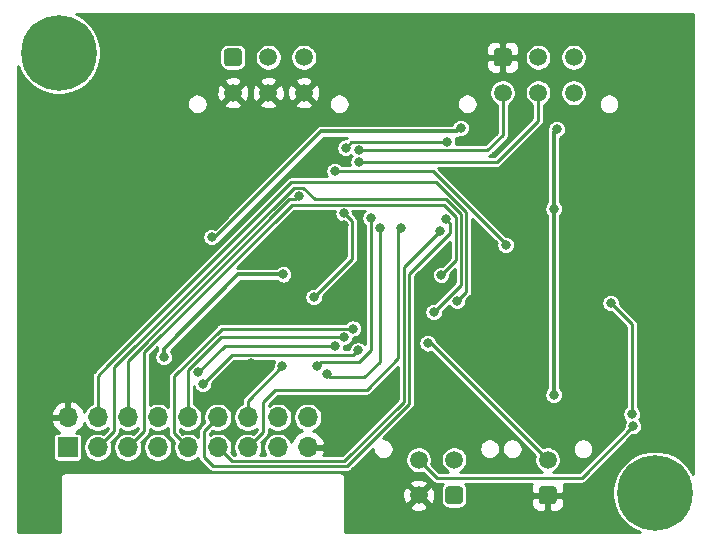
<source format=gbr>
%TF.GenerationSoftware,KiCad,Pcbnew,(5.1.6-0-10_14)*%
%TF.CreationDate,2021-03-12T18:27:13+01:00*%
%TF.ProjectId,CAN_Display,43414e5f-4469-4737-906c-61792e6b6963,rev?*%
%TF.SameCoordinates,Original*%
%TF.FileFunction,Copper,L2,Bot*%
%TF.FilePolarity,Positive*%
%FSLAX46Y46*%
G04 Gerber Fmt 4.6, Leading zero omitted, Abs format (unit mm)*
G04 Created by KiCad (PCBNEW (5.1.6-0-10_14)) date 2021-03-12 18:27:13*
%MOMM*%
%LPD*%
G01*
G04 APERTURE LIST*
%TA.AperFunction,ComponentPad*%
%ADD10O,1.700000X1.700000*%
%TD*%
%TA.AperFunction,ComponentPad*%
%ADD11R,1.700000X1.700000*%
%TD*%
%TA.AperFunction,ComponentPad*%
%ADD12C,1.500000*%
%TD*%
%TA.AperFunction,ComponentPad*%
%ADD13C,0.800000*%
%TD*%
%TA.AperFunction,ComponentPad*%
%ADD14C,6.400000*%
%TD*%
%TA.AperFunction,ViaPad*%
%ADD15C,0.800000*%
%TD*%
%TA.AperFunction,Conductor*%
%ADD16C,0.250000*%
%TD*%
%TA.AperFunction,Conductor*%
%ADD17C,0.350000*%
%TD*%
%TA.AperFunction,Conductor*%
%ADD18C,0.254000*%
%TD*%
G04 APERTURE END LIST*
D10*
%TO.P,J1,18*%
%TO.N,+5V*%
X151892000Y-111760000D03*
%TO.P,J1,17*%
%TO.N,GND*%
X151892000Y-114300000D03*
%TO.P,J1,16*%
%TO.N,SCL*%
X149352000Y-111760000D03*
%TO.P,J1,15*%
%TO.N,SDA*%
X149352000Y-114300000D03*
%TO.P,J1,14*%
%TO.N,D4*%
X146812000Y-111760000D03*
%TO.P,J1,13*%
%TO.N,A2*%
X146812000Y-114300000D03*
%TO.P,J1,12*%
%TO.N,A1*%
X144272000Y-111760000D03*
%TO.P,J1,11*%
%TO.N,A0*%
X144272000Y-114300000D03*
%TO.P,J1,10*%
%TO.N,D6*%
X141732000Y-111760000D03*
%TO.P,J1,9*%
%TO.N,D7*%
X141732000Y-114300000D03*
%TO.P,J1,8*%
%TO.N,D8*%
X139192000Y-111760000D03*
%TO.P,J1,7*%
%TO.N,D9*%
X139192000Y-114300000D03*
%TO.P,J1,6*%
%TO.N,RESET*%
X136652000Y-111760000D03*
%TO.P,J1,5*%
%TO.N,SCK*%
X136652000Y-114300000D03*
%TO.P,J1,4*%
%TO.N,MOSI*%
X134112000Y-111760000D03*
%TO.P,J1,3*%
%TO.N,MISO*%
X134112000Y-114300000D03*
%TO.P,J1,2*%
%TO.N,GND*%
X131572000Y-111760000D03*
D11*
%TO.P,J1,1*%
%TO.N,+5V*%
X131572000Y-114300000D03*
%TD*%
D12*
%TO.P,J2,6*%
%TO.N,Net-(C5-Pad1)*%
X174402000Y-84280000D03*
%TO.P,J2,5*%
%TO.N,RXD*%
X171402000Y-84280000D03*
%TO.P,J2,4*%
%TO.N,TXD*%
X168402000Y-84280000D03*
%TO.P,J2,3*%
%TO.N,N/C*%
X174402000Y-81280000D03*
%TO.P,J2,2*%
%TO.N,+5V*%
X171402000Y-81280000D03*
%TO.P,J2,1*%
%TO.N,GND*%
%TA.AperFunction,ComponentPad*%
G36*
G01*
X167652000Y-81780000D02*
X167652000Y-80780000D01*
G75*
G02*
X167902000Y-80530000I250000J0D01*
G01*
X168902000Y-80530000D01*
G75*
G02*
X169152000Y-80780000I0J-250000D01*
G01*
X169152000Y-81780000D01*
G75*
G02*
X168902000Y-82030000I-250000J0D01*
G01*
X167902000Y-82030000D01*
G75*
G02*
X167652000Y-81780000I0J250000D01*
G01*
G37*
%TD.AperFunction*%
%TD*%
%TO.P,J5,2*%
%TO.N,D5*%
X172212000Y-115364000D03*
%TO.P,J5,1*%
%TO.N,GND*%
%TA.AperFunction,ComponentPad*%
G36*
G01*
X172962000Y-117864000D02*
X172962000Y-118864000D01*
G75*
G02*
X172712000Y-119114000I-250000J0D01*
G01*
X171712000Y-119114000D01*
G75*
G02*
X171462000Y-118864000I0J250000D01*
G01*
X171462000Y-117864000D01*
G75*
G02*
X171712000Y-117614000I250000J0D01*
G01*
X172712000Y-117614000D01*
G75*
G02*
X172962000Y-117864000I0J-250000D01*
G01*
G37*
%TD.AperFunction*%
%TD*%
%TO.P,J4,6*%
%TO.N,GND*%
X151559000Y-84280000D03*
%TO.P,J4,5*%
X148559000Y-84280000D03*
%TO.P,J4,4*%
X145559000Y-84280000D03*
%TO.P,J4,3*%
%TO.N,IN1*%
X151559000Y-81280000D03*
%TO.P,J4,2*%
%TO.N,KEY*%
X148559000Y-81280000D03*
%TO.P,J4,1*%
%TO.N,+12V*%
%TA.AperFunction,ComponentPad*%
G36*
G01*
X144809000Y-81780000D02*
X144809000Y-80780000D01*
G75*
G02*
X145059000Y-80530000I250000J0D01*
G01*
X146059000Y-80530000D01*
G75*
G02*
X146309000Y-80780000I0J-250000D01*
G01*
X146309000Y-81780000D01*
G75*
G02*
X146059000Y-82030000I-250000J0D01*
G01*
X145059000Y-82030000D01*
G75*
G02*
X144809000Y-81780000I0J250000D01*
G01*
G37*
%TD.AperFunction*%
%TD*%
D13*
%TO.P,H2,1*%
%TO.N,Net-(H2-Pad1)*%
X182972112Y-116459000D03*
X181275056Y-115756056D03*
X179578000Y-116459000D03*
X178875056Y-118156056D03*
X179578000Y-119853112D03*
X181275056Y-120556056D03*
X182972112Y-119853112D03*
X183675056Y-118156056D03*
D14*
X181275056Y-118156056D03*
%TD*%
D13*
%TO.P,H1,1*%
%TO.N,Net-(H1-Pad1)*%
X132507056Y-79201944D03*
X130810000Y-78499000D03*
X129112944Y-79201944D03*
X128410000Y-80899000D03*
X129112944Y-82596056D03*
X130810000Y-83299000D03*
X132507056Y-82596056D03*
X133210000Y-80899000D03*
D14*
X130810000Y-80899000D03*
%TD*%
D12*
%TO.P,J3,4*%
%TO.N,CAN_H*%
X161290000Y-115364000D03*
%TO.P,J3,3*%
%TO.N,CAN_L*%
X164290000Y-115364000D03*
%TO.P,J3,2*%
%TO.N,GND*%
X161290000Y-118364000D03*
%TO.P,J3,1*%
%TO.N,Net-(J3-Pad1)*%
%TA.AperFunction,ComponentPad*%
G36*
G01*
X165040000Y-117864000D02*
X165040000Y-118864000D01*
G75*
G02*
X164790000Y-119114000I-250000J0D01*
G01*
X163790000Y-119114000D01*
G75*
G02*
X163540000Y-118864000I0J250000D01*
G01*
X163540000Y-117864000D01*
G75*
G02*
X163790000Y-117614000I250000J0D01*
G01*
X164790000Y-117614000D01*
G75*
G02*
X165040000Y-117864000I0J-250000D01*
G01*
G37*
%TD.AperFunction*%
%TD*%
D15*
%TO.N,GND*%
X154940000Y-95504000D03*
X170180000Y-101600000D03*
X149225000Y-97155000D03*
X156464000Y-97028000D03*
X155956000Y-99568000D03*
X158242000Y-109220000D03*
X166624000Y-96520000D03*
X180848000Y-106045000D03*
X145923000Y-101600000D03*
X161036000Y-111252000D03*
X177927000Y-98425000D03*
X161798000Y-101219000D03*
X149987000Y-102108000D03*
X166497000Y-88138000D03*
X171196000Y-89027000D03*
X176657000Y-110490000D03*
X144653000Y-109347000D03*
X147066000Y-107188000D03*
%TO.N,D5*%
X162052000Y-105500000D03*
%TO.N,D6*%
X154940000Y-104974000D03*
%TO.N,D7*%
X155702000Y-104249000D03*
%TO.N,SCK*%
X163195000Y-99695000D03*
%TO.N,MOSI*%
X164533153Y-101922153D03*
%TO.N,MISO*%
X162560000Y-102870000D03*
%TO.N,+5V*%
X172974000Y-87376000D03*
X149823942Y-99658942D03*
X139700000Y-106680000D03*
X172720000Y-109855000D03*
X143759347Y-96515347D03*
X164846000Y-87249000D03*
X172720000Y-94107000D03*
%TO.N,CAN_H*%
X179451000Y-112522000D03*
%TO.N,RESET*%
X151130000Y-93037999D03*
X163703000Y-88444997D03*
X155101999Y-88934999D03*
%TO.N,CAN_L*%
X179324000Y-111506000D03*
X177546000Y-102108000D03*
%TO.N,D2*%
X154178000Y-90932000D03*
X168656000Y-97155000D03*
%TO.N,TXD*%
X156210000Y-89169997D03*
%TO.N,RXD*%
X156210000Y-90170000D03*
%TO.N,SCL*%
X157226000Y-94869000D03*
X152654000Y-107442000D03*
%TO.N,SDA*%
X157988000Y-95758000D03*
X153543000Y-108113295D03*
%TO.N,A2*%
X159821998Y-95758000D03*
%TO.N,A1*%
X163576000Y-94996000D03*
%TO.N,A0*%
X163063347Y-96007347D03*
%TO.N,D9*%
X143002000Y-108966000D03*
X156141847Y-106103847D03*
%TO.N,D8*%
X142621000Y-107950000D03*
X154213000Y-105699000D03*
%TO.N,D4*%
X152400000Y-101600000D03*
X154940000Y-94503997D03*
X149733000Y-107442000D03*
%TD*%
D16*
%TO.N,D5*%
X162348000Y-105500000D02*
X162052000Y-105500000D01*
X172212000Y-115364000D02*
X162348000Y-105500000D01*
%TO.N,D6*%
X141732000Y-107765998D02*
X144523998Y-104974000D01*
X144523998Y-104974000D02*
X154940000Y-104974000D01*
X141732000Y-111760000D02*
X141732000Y-107765998D01*
%TO.N,D7*%
X140556999Y-113124999D02*
X141732000Y-114300000D01*
X144612588Y-104249000D02*
X155702000Y-104249000D01*
X140556999Y-108304589D02*
X144612588Y-104249000D01*
X140556999Y-113124999D02*
X140556999Y-108304589D01*
%TO.N,SCK*%
X164426008Y-94773006D02*
X164426008Y-98463992D01*
X150527999Y-93762999D02*
X163416001Y-93762999D01*
X138016999Y-106273999D02*
X150527999Y-93762999D01*
X138016999Y-112935001D02*
X138016999Y-106273999D01*
X163416001Y-93762999D02*
X164426008Y-94773006D01*
X136652000Y-114300000D02*
X138016999Y-112935001D01*
X164426008Y-98463992D02*
X163195000Y-99695000D01*
%TO.N,MOSI*%
X134112000Y-108269768D02*
X135026990Y-107354778D01*
X134112000Y-111760000D02*
X134112000Y-108269768D01*
X150518780Y-91862988D02*
X151664402Y-91862989D01*
X135026990Y-107354778D02*
X150518780Y-91862988D01*
X162788811Y-91862989D02*
X165326028Y-94400206D01*
X151664402Y-91862989D02*
X162788811Y-91862989D01*
X165326028Y-101129278D02*
X164533153Y-101922153D01*
X165326028Y-94400206D02*
X165326028Y-101129278D01*
%TO.N,MISO*%
X163602402Y-93312990D02*
X164876018Y-94586606D01*
X152477992Y-93312989D02*
X163602402Y-93312990D01*
X135476999Y-107541179D02*
X150705180Y-92312998D01*
X164876018Y-94586606D02*
X164876018Y-100553982D01*
X151478001Y-92312998D02*
X152477992Y-93312989D01*
X150705180Y-92312998D02*
X151478001Y-92312998D01*
X135476999Y-112935001D02*
X135476999Y-107541179D01*
X134112000Y-114300000D02*
X135476999Y-112935001D01*
X164876018Y-100553982D02*
X162560000Y-102870000D01*
D17*
%TO.N,+5V*%
X146013938Y-99658942D02*
X139700000Y-105972880D01*
X149823942Y-99658942D02*
X146013938Y-99658942D01*
X139700000Y-105972880D02*
X139700000Y-106680000D01*
X172720000Y-87630000D02*
X172974000Y-87376000D01*
X144077533Y-96515347D02*
X143759347Y-96515347D01*
X153035000Y-87557880D02*
X144077533Y-96515347D01*
X153035000Y-87557880D02*
X164537120Y-87557880D01*
X164537120Y-87557880D02*
X164846000Y-87249000D01*
X172720000Y-94107000D02*
X172720000Y-87630000D01*
X172720000Y-109855000D02*
X172720000Y-94107000D01*
D16*
%TO.N,CAN_H*%
X162815011Y-116889011D02*
X161290000Y-115364000D01*
X173967991Y-116889011D02*
X162815011Y-116889011D01*
X175083989Y-116889011D02*
X173967991Y-116889011D01*
X179451000Y-112522000D02*
X175083989Y-116889011D01*
%TO.N,RESET*%
X136652000Y-107002588D02*
X150341599Y-93312989D01*
X136652000Y-111760000D02*
X136652000Y-107002588D01*
X150855010Y-93312989D02*
X151130000Y-93037999D01*
X150341599Y-93312989D02*
X150855010Y-93312989D01*
X155592001Y-88444997D02*
X155101999Y-88934999D01*
X163703000Y-88444997D02*
X155592001Y-88444997D01*
%TO.N,CAN_L*%
X179324000Y-111506000D02*
X179324000Y-103886000D01*
X179324000Y-103886000D02*
X177546000Y-102108000D01*
%TO.N,D2*%
X162052000Y-90932000D02*
X154178000Y-90932000D01*
X162494232Y-90932000D02*
X162052000Y-90932000D01*
X168656000Y-97093768D02*
X162494232Y-90932000D01*
X168656000Y-97155000D02*
X168656000Y-97093768D01*
%TO.N,TXD*%
X156210000Y-89169997D02*
X167116003Y-89169997D01*
X168402000Y-87884000D02*
X168402000Y-84280000D01*
X167116003Y-89169997D02*
X168402000Y-87884000D01*
%TO.N,RXD*%
X156210000Y-90170000D02*
X167894000Y-90170000D01*
X171402000Y-86662000D02*
X171402000Y-84280000D01*
X167894000Y-90170000D02*
X171402000Y-86662000D01*
%TO.N,SCL*%
X152654000Y-107442000D02*
X153035000Y-107061000D01*
X156210000Y-107061000D02*
X157226000Y-106045000D01*
X153035000Y-107061000D02*
X156210000Y-107061000D01*
X157226000Y-94869000D02*
X157226000Y-106045000D01*
%TO.N,SDA*%
X157988000Y-95758000D02*
X157988000Y-107058180D01*
X157988000Y-107058180D02*
X156657895Y-108388285D01*
X153817990Y-108388285D02*
X153543000Y-108113295D01*
X156657895Y-108388285D02*
X153817990Y-108388285D01*
%TO.N,A2*%
X148082000Y-113030000D02*
X146812000Y-114300000D01*
X148082000Y-110490000D02*
X148082000Y-113030000D01*
X159569990Y-106749010D02*
X156881999Y-109437001D01*
X149134999Y-109437001D02*
X148082000Y-110490000D01*
X156881999Y-109437001D02*
X149134999Y-109437001D01*
X159569990Y-96010008D02*
X159569990Y-106749010D01*
X159821998Y-95758000D02*
X159569990Y-96010008D01*
%TO.N,A1*%
X163975999Y-95395999D02*
X163975999Y-96120001D01*
X163576000Y-94996000D02*
X163975999Y-95395999D01*
X155182401Y-115925011D02*
X143865011Y-115925011D01*
X160470009Y-110637403D02*
X155182401Y-115925011D01*
X160470010Y-99625990D02*
X160470009Y-110637403D01*
X163975999Y-96120001D02*
X160470010Y-99625990D01*
X143096999Y-115156999D02*
X143096999Y-112935001D01*
X143096999Y-112935001D02*
X144272000Y-111760000D01*
X143865011Y-115925011D02*
X143096999Y-115156999D01*
%TO.N,A0*%
X163063347Y-96007347D02*
X160020000Y-99050694D01*
X154996001Y-115475001D02*
X145447001Y-115475001D01*
X160020000Y-110451002D02*
X154996001Y-115475001D01*
X145447001Y-115475001D02*
X144272000Y-114300000D01*
X160020000Y-99050694D02*
X160020000Y-110451002D01*
%TO.N,D9*%
X155741848Y-106503846D02*
X145464154Y-106503846D01*
X156141847Y-106103847D02*
X155741848Y-106503846D01*
X145464154Y-106503846D02*
X145288000Y-106680000D01*
X145288000Y-106680000D02*
X143002000Y-108966000D01*
%TO.N,D8*%
X144872000Y-105699000D02*
X142621000Y-107950000D01*
X154213000Y-105699000D02*
X144872000Y-105699000D01*
%TO.N,D4*%
X155665001Y-95155999D02*
X155124002Y-94615000D01*
X155665001Y-98334999D02*
X155665001Y-95155999D01*
X152400000Y-101600000D02*
X155665001Y-98334999D01*
X155051003Y-94615000D02*
X154940000Y-94503997D01*
X155124002Y-94615000D02*
X155051003Y-94615000D01*
X146812000Y-111760000D02*
X146812000Y-110363000D01*
X146812000Y-110363000D02*
X149733000Y-107442000D01*
%TD*%
D18*
%TO.N,GND*%
G36*
X184506000Y-116598641D02*
G01*
X184448497Y-116459816D01*
X184056600Y-115873302D01*
X183557810Y-115374512D01*
X182971296Y-114982615D01*
X182319595Y-114712672D01*
X181627754Y-114575056D01*
X180922358Y-114575056D01*
X180230517Y-114712672D01*
X179578816Y-114982615D01*
X178992302Y-115374512D01*
X178493512Y-115873302D01*
X178101615Y-116459816D01*
X177831672Y-117111517D01*
X177694056Y-117803358D01*
X177694056Y-118508754D01*
X177831672Y-119200595D01*
X178101615Y-119852296D01*
X178493512Y-120438810D01*
X178992302Y-120937600D01*
X179578816Y-121329497D01*
X180024246Y-121514000D01*
X155092000Y-121514000D01*
X155092000Y-119320993D01*
X160512612Y-119320993D01*
X160578137Y-119559860D01*
X160825116Y-119675760D01*
X161089960Y-119741250D01*
X161362492Y-119753812D01*
X161632238Y-119712965D01*
X161888832Y-119620277D01*
X162001863Y-119559860D01*
X162067388Y-119320993D01*
X161290000Y-118543605D01*
X160512612Y-119320993D01*
X155092000Y-119320993D01*
X155092000Y-118436492D01*
X159900188Y-118436492D01*
X159941035Y-118706238D01*
X160033723Y-118962832D01*
X160094140Y-119075863D01*
X160333007Y-119141388D01*
X161110395Y-118364000D01*
X161469605Y-118364000D01*
X162246993Y-119141388D01*
X162485860Y-119075863D01*
X162601760Y-118828884D01*
X162667250Y-118564040D01*
X162679812Y-118291508D01*
X162638965Y-118021762D01*
X162546277Y-117765168D01*
X162485860Y-117652137D01*
X162246993Y-117586612D01*
X161469605Y-118364000D01*
X161110395Y-118364000D01*
X160333007Y-117586612D01*
X160094140Y-117652137D01*
X159978240Y-117899116D01*
X159912750Y-118163960D01*
X159900188Y-118436492D01*
X155092000Y-118436492D01*
X155092000Y-117407007D01*
X160512612Y-117407007D01*
X161290000Y-118184395D01*
X162067388Y-117407007D01*
X162001863Y-117168140D01*
X161754884Y-117052240D01*
X161490040Y-116986750D01*
X161217508Y-116974188D01*
X160947762Y-117015035D01*
X160691168Y-117107723D01*
X160578137Y-117168140D01*
X160512612Y-117407007D01*
X155092000Y-117407007D01*
X155092000Y-116859941D01*
X155093964Y-116840000D01*
X155086125Y-116760410D01*
X155062910Y-116683879D01*
X155025210Y-116613347D01*
X154974474Y-116551526D01*
X154912653Y-116500790D01*
X154842121Y-116463090D01*
X154765590Y-116439875D01*
X154705941Y-116434000D01*
X154705940Y-116434000D01*
X154686000Y-116432036D01*
X154666059Y-116434000D01*
X131337941Y-116434000D01*
X131318000Y-116432036D01*
X131298060Y-116434000D01*
X131298059Y-116434000D01*
X131238410Y-116439875D01*
X131161879Y-116463090D01*
X131091347Y-116500790D01*
X131029526Y-116551526D01*
X130978790Y-116613347D01*
X130941090Y-116683879D01*
X130917875Y-116760410D01*
X130910036Y-116840000D01*
X130912001Y-116859951D01*
X130912000Y-121514000D01*
X127406000Y-121514000D01*
X127406000Y-112116891D01*
X130130519Y-112116891D01*
X130227843Y-112391252D01*
X130376822Y-112641355D01*
X130571731Y-112857588D01*
X130805080Y-113031641D01*
X130879645Y-113067157D01*
X130722000Y-113067157D01*
X130647311Y-113074513D01*
X130575492Y-113096299D01*
X130509304Y-113131678D01*
X130451289Y-113179289D01*
X130403678Y-113237304D01*
X130368299Y-113303492D01*
X130346513Y-113375311D01*
X130339157Y-113450000D01*
X130339157Y-115150000D01*
X130346513Y-115224689D01*
X130368299Y-115296508D01*
X130403678Y-115362696D01*
X130451289Y-115420711D01*
X130509304Y-115468322D01*
X130575492Y-115503701D01*
X130647311Y-115525487D01*
X130722000Y-115532843D01*
X132422000Y-115532843D01*
X132496689Y-115525487D01*
X132568508Y-115503701D01*
X132634696Y-115468322D01*
X132692711Y-115420711D01*
X132740322Y-115362696D01*
X132775701Y-115296508D01*
X132797487Y-115224689D01*
X132804843Y-115150000D01*
X132804843Y-113450000D01*
X132797487Y-113375311D01*
X132775701Y-113303492D01*
X132740322Y-113237304D01*
X132692711Y-113179289D01*
X132634696Y-113131678D01*
X132568508Y-113096299D01*
X132496689Y-113074513D01*
X132422000Y-113067157D01*
X132264355Y-113067157D01*
X132338920Y-113031641D01*
X132572269Y-112857588D01*
X132767178Y-112641355D01*
X132916157Y-112391252D01*
X132973772Y-112228832D01*
X133021102Y-112343097D01*
X133155820Y-112544717D01*
X133327283Y-112716180D01*
X133528903Y-112850898D01*
X133752931Y-112943693D01*
X133990757Y-112991000D01*
X134233243Y-112991000D01*
X134471069Y-112943693D01*
X134695097Y-112850898D01*
X134896717Y-112716180D01*
X134970999Y-112641898D01*
X134970999Y-112725409D01*
X134548167Y-113148242D01*
X134471069Y-113116307D01*
X134233243Y-113069000D01*
X133990757Y-113069000D01*
X133752931Y-113116307D01*
X133528903Y-113209102D01*
X133327283Y-113343820D01*
X133155820Y-113515283D01*
X133021102Y-113716903D01*
X132928307Y-113940931D01*
X132881000Y-114178757D01*
X132881000Y-114421243D01*
X132928307Y-114659069D01*
X133021102Y-114883097D01*
X133155820Y-115084717D01*
X133327283Y-115256180D01*
X133528903Y-115390898D01*
X133752931Y-115483693D01*
X133990757Y-115531000D01*
X134233243Y-115531000D01*
X134471069Y-115483693D01*
X134695097Y-115390898D01*
X134896717Y-115256180D01*
X135068180Y-115084717D01*
X135202898Y-114883097D01*
X135295693Y-114659069D01*
X135343000Y-114421243D01*
X135343000Y-114178757D01*
X135295693Y-113940931D01*
X135263758Y-113863833D01*
X135817221Y-113310371D01*
X135836526Y-113294528D01*
X135899758Y-113217480D01*
X135946744Y-113129576D01*
X135975677Y-113034194D01*
X135975929Y-113031641D01*
X135981030Y-112979845D01*
X135982999Y-112959855D01*
X135982999Y-112959848D01*
X135985446Y-112935002D01*
X135982999Y-112910156D01*
X135982999Y-112793499D01*
X136068903Y-112850898D01*
X136292931Y-112943693D01*
X136530757Y-112991000D01*
X136773243Y-112991000D01*
X137011069Y-112943693D01*
X137235097Y-112850898D01*
X137436717Y-112716180D01*
X137510999Y-112641898D01*
X137510999Y-112725409D01*
X137088167Y-113148242D01*
X137011069Y-113116307D01*
X136773243Y-113069000D01*
X136530757Y-113069000D01*
X136292931Y-113116307D01*
X136068903Y-113209102D01*
X135867283Y-113343820D01*
X135695820Y-113515283D01*
X135561102Y-113716903D01*
X135468307Y-113940931D01*
X135421000Y-114178757D01*
X135421000Y-114421243D01*
X135468307Y-114659069D01*
X135561102Y-114883097D01*
X135695820Y-115084717D01*
X135867283Y-115256180D01*
X136068903Y-115390898D01*
X136292931Y-115483693D01*
X136530757Y-115531000D01*
X136773243Y-115531000D01*
X137011069Y-115483693D01*
X137235097Y-115390898D01*
X137436717Y-115256180D01*
X137608180Y-115084717D01*
X137742898Y-114883097D01*
X137835693Y-114659069D01*
X137883000Y-114421243D01*
X137883000Y-114178757D01*
X137961000Y-114178757D01*
X137961000Y-114421243D01*
X138008307Y-114659069D01*
X138101102Y-114883097D01*
X138235820Y-115084717D01*
X138407283Y-115256180D01*
X138608903Y-115390898D01*
X138832931Y-115483693D01*
X139070757Y-115531000D01*
X139313243Y-115531000D01*
X139551069Y-115483693D01*
X139775097Y-115390898D01*
X139976717Y-115256180D01*
X140148180Y-115084717D01*
X140282898Y-114883097D01*
X140375693Y-114659069D01*
X140423000Y-114421243D01*
X140423000Y-114178757D01*
X140375693Y-113940931D01*
X140282898Y-113716903D01*
X140148180Y-113515283D01*
X139976717Y-113343820D01*
X139775097Y-113209102D01*
X139551069Y-113116307D01*
X139313243Y-113069000D01*
X139070757Y-113069000D01*
X138832931Y-113116307D01*
X138608903Y-113209102D01*
X138407283Y-113343820D01*
X138235820Y-113515283D01*
X138101102Y-113716903D01*
X138008307Y-113940931D01*
X137961000Y-114178757D01*
X137883000Y-114178757D01*
X137835693Y-113940931D01*
X137803758Y-113863833D01*
X138357221Y-113310371D01*
X138376526Y-113294528D01*
X138439758Y-113217480D01*
X138486744Y-113129576D01*
X138515677Y-113034194D01*
X138515929Y-113031641D01*
X138521030Y-112979845D01*
X138522999Y-112959855D01*
X138522999Y-112959848D01*
X138525446Y-112935002D01*
X138522999Y-112910156D01*
X138522999Y-112793499D01*
X138608903Y-112850898D01*
X138832931Y-112943693D01*
X139070757Y-112991000D01*
X139313243Y-112991000D01*
X139551069Y-112943693D01*
X139775097Y-112850898D01*
X139976717Y-112716180D01*
X140050999Y-112641898D01*
X140050999Y-113100153D01*
X140048552Y-113124999D01*
X140050999Y-113149845D01*
X140050999Y-113149852D01*
X140058321Y-113224191D01*
X140087254Y-113319573D01*
X140134240Y-113407478D01*
X140197472Y-113484526D01*
X140216784Y-113500375D01*
X140580242Y-113863833D01*
X140548307Y-113940931D01*
X140501000Y-114178757D01*
X140501000Y-114421243D01*
X140548307Y-114659069D01*
X140641102Y-114883097D01*
X140775820Y-115084717D01*
X140947283Y-115256180D01*
X141148903Y-115390898D01*
X141372931Y-115483693D01*
X141610757Y-115531000D01*
X141853243Y-115531000D01*
X142091069Y-115483693D01*
X142315097Y-115390898D01*
X142516717Y-115256180D01*
X142591003Y-115181894D01*
X142598321Y-115256191D01*
X142627254Y-115351573D01*
X142674240Y-115439478D01*
X142737472Y-115516526D01*
X142756784Y-115532375D01*
X143489639Y-116265231D01*
X143505484Y-116284538D01*
X143582532Y-116347770D01*
X143670436Y-116394756D01*
X143765818Y-116423689D01*
X143840157Y-116431011D01*
X143840165Y-116431011D01*
X143865011Y-116433458D01*
X143889857Y-116431011D01*
X155157555Y-116431011D01*
X155182401Y-116433458D01*
X155207247Y-116431011D01*
X155207255Y-116431011D01*
X155281594Y-116423689D01*
X155376976Y-116394756D01*
X155464880Y-116347770D01*
X155541928Y-116284538D01*
X155557777Y-116265226D01*
X157409000Y-114414003D01*
X157409000Y-114510771D01*
X157442856Y-114680978D01*
X157509268Y-114841310D01*
X157605682Y-114985605D01*
X157728395Y-115108318D01*
X157872690Y-115204732D01*
X158033022Y-115271144D01*
X158203229Y-115305000D01*
X158376771Y-115305000D01*
X158546978Y-115271144D01*
X158591732Y-115252606D01*
X160159000Y-115252606D01*
X160159000Y-115475394D01*
X160202464Y-115693900D01*
X160287721Y-115899729D01*
X160411495Y-116084970D01*
X160569030Y-116242505D01*
X160754271Y-116366279D01*
X160960100Y-116451536D01*
X161178606Y-116495000D01*
X161401394Y-116495000D01*
X161619900Y-116451536D01*
X161649630Y-116439221D01*
X162439639Y-117229231D01*
X162455484Y-117248538D01*
X162532532Y-117311770D01*
X162620436Y-117358756D01*
X162715817Y-117387689D01*
X162725705Y-117388663D01*
X162790157Y-117395011D01*
X162790164Y-117395011D01*
X162815010Y-117397458D01*
X162839856Y-117395011D01*
X163368711Y-117395011D01*
X163342512Y-117416512D01*
X163263810Y-117512411D01*
X163205329Y-117621821D01*
X163169317Y-117740538D01*
X163157157Y-117864000D01*
X163157157Y-118864000D01*
X163169317Y-118987462D01*
X163205329Y-119106179D01*
X163263810Y-119215589D01*
X163342512Y-119311488D01*
X163438411Y-119390190D01*
X163547821Y-119448671D01*
X163666538Y-119484683D01*
X163790000Y-119496843D01*
X164790000Y-119496843D01*
X164913462Y-119484683D01*
X165032179Y-119448671D01*
X165141589Y-119390190D01*
X165237488Y-119311488D01*
X165316190Y-119215589D01*
X165370490Y-119114000D01*
X170823928Y-119114000D01*
X170836188Y-119238482D01*
X170872498Y-119358180D01*
X170931463Y-119468494D01*
X171010815Y-119565185D01*
X171107506Y-119644537D01*
X171217820Y-119703502D01*
X171337518Y-119739812D01*
X171462000Y-119752072D01*
X171926250Y-119749000D01*
X172085000Y-119590250D01*
X172085000Y-118491000D01*
X172339000Y-118491000D01*
X172339000Y-119590250D01*
X172497750Y-119749000D01*
X172962000Y-119752072D01*
X173086482Y-119739812D01*
X173206180Y-119703502D01*
X173316494Y-119644537D01*
X173413185Y-119565185D01*
X173492537Y-119468494D01*
X173551502Y-119358180D01*
X173587812Y-119238482D01*
X173600072Y-119114000D01*
X173597000Y-118649750D01*
X173438250Y-118491000D01*
X172339000Y-118491000D01*
X172085000Y-118491000D01*
X170985750Y-118491000D01*
X170827000Y-118649750D01*
X170823928Y-119114000D01*
X165370490Y-119114000D01*
X165374671Y-119106179D01*
X165410683Y-118987462D01*
X165422843Y-118864000D01*
X165422843Y-117864000D01*
X165410683Y-117740538D01*
X165374671Y-117621821D01*
X165316190Y-117512411D01*
X165237488Y-117416512D01*
X165211289Y-117395011D01*
X170864856Y-117395011D01*
X170836188Y-117489518D01*
X170823928Y-117614000D01*
X170827000Y-118078250D01*
X170985750Y-118237000D01*
X172085000Y-118237000D01*
X172085000Y-118217000D01*
X172339000Y-118217000D01*
X172339000Y-118237000D01*
X173438250Y-118237000D01*
X173597000Y-118078250D01*
X173600072Y-117614000D01*
X173587812Y-117489518D01*
X173559144Y-117395011D01*
X175059143Y-117395011D01*
X175083989Y-117397458D01*
X175108835Y-117395011D01*
X175108843Y-117395011D01*
X175183182Y-117387689D01*
X175278564Y-117358756D01*
X175366468Y-117311770D01*
X175443516Y-117248538D01*
X175459365Y-117229226D01*
X179385592Y-113303000D01*
X179527922Y-113303000D01*
X179678809Y-113272987D01*
X179820942Y-113214113D01*
X179948859Y-113128642D01*
X180057642Y-113019859D01*
X180143113Y-112891942D01*
X180201987Y-112749809D01*
X180232000Y-112598922D01*
X180232000Y-112445078D01*
X180201987Y-112294191D01*
X180143113Y-112152058D01*
X180057642Y-112024141D01*
X179973387Y-111939886D01*
X180016113Y-111875942D01*
X180074987Y-111733809D01*
X180105000Y-111582922D01*
X180105000Y-111429078D01*
X180074987Y-111278191D01*
X180016113Y-111136058D01*
X179930642Y-111008141D01*
X179830000Y-110907499D01*
X179830000Y-103910854D01*
X179832448Y-103886000D01*
X179822678Y-103786807D01*
X179793745Y-103691425D01*
X179772137Y-103651000D01*
X179746759Y-103603521D01*
X179683527Y-103526473D01*
X179664220Y-103510628D01*
X178327000Y-102173409D01*
X178327000Y-102031078D01*
X178296987Y-101880191D01*
X178238113Y-101738058D01*
X178152642Y-101610141D01*
X178043859Y-101501358D01*
X177915942Y-101415887D01*
X177773809Y-101357013D01*
X177622922Y-101327000D01*
X177469078Y-101327000D01*
X177318191Y-101357013D01*
X177176058Y-101415887D01*
X177048141Y-101501358D01*
X176939358Y-101610141D01*
X176853887Y-101738058D01*
X176795013Y-101880191D01*
X176765000Y-102031078D01*
X176765000Y-102184922D01*
X176795013Y-102335809D01*
X176853887Y-102477942D01*
X176939358Y-102605859D01*
X177048141Y-102714642D01*
X177176058Y-102800113D01*
X177318191Y-102858987D01*
X177469078Y-102889000D01*
X177611409Y-102889000D01*
X178818001Y-104095593D01*
X178818000Y-110907499D01*
X178717358Y-111008141D01*
X178631887Y-111136058D01*
X178573013Y-111278191D01*
X178543000Y-111429078D01*
X178543000Y-111582922D01*
X178573013Y-111733809D01*
X178631887Y-111875942D01*
X178717358Y-112003859D01*
X178801613Y-112088114D01*
X178758887Y-112152058D01*
X178700013Y-112294191D01*
X178670000Y-112445078D01*
X178670000Y-112587408D01*
X174874398Y-116383011D01*
X172707334Y-116383011D01*
X172747729Y-116366279D01*
X172932970Y-116242505D01*
X173090505Y-116084970D01*
X173214279Y-115899729D01*
X173299536Y-115693900D01*
X173343000Y-115475394D01*
X173343000Y-115252606D01*
X173299536Y-115034100D01*
X173214279Y-114828271D01*
X173090505Y-114643030D01*
X172932970Y-114485495D01*
X172747729Y-114361721D01*
X172688600Y-114337229D01*
X174331000Y-114337229D01*
X174331000Y-114510771D01*
X174364856Y-114680978D01*
X174431268Y-114841310D01*
X174527682Y-114985605D01*
X174650395Y-115108318D01*
X174794690Y-115204732D01*
X174955022Y-115271144D01*
X175125229Y-115305000D01*
X175298771Y-115305000D01*
X175468978Y-115271144D01*
X175629310Y-115204732D01*
X175773605Y-115108318D01*
X175896318Y-114985605D01*
X175992732Y-114841310D01*
X176059144Y-114680978D01*
X176093000Y-114510771D01*
X176093000Y-114337229D01*
X176059144Y-114167022D01*
X175992732Y-114006690D01*
X175896318Y-113862395D01*
X175773605Y-113739682D01*
X175629310Y-113643268D01*
X175468978Y-113576856D01*
X175298771Y-113543000D01*
X175125229Y-113543000D01*
X174955022Y-113576856D01*
X174794690Y-113643268D01*
X174650395Y-113739682D01*
X174527682Y-113862395D01*
X174431268Y-114006690D01*
X174364856Y-114167022D01*
X174331000Y-114337229D01*
X172688600Y-114337229D01*
X172541900Y-114276464D01*
X172323394Y-114233000D01*
X172100606Y-114233000D01*
X171882100Y-114276464D01*
X171852370Y-114288778D01*
X162779797Y-105216206D01*
X162744113Y-105130058D01*
X162658642Y-105002141D01*
X162549859Y-104893358D01*
X162421942Y-104807887D01*
X162279809Y-104749013D01*
X162128922Y-104719000D01*
X161975078Y-104719000D01*
X161824191Y-104749013D01*
X161682058Y-104807887D01*
X161554141Y-104893358D01*
X161445358Y-105002141D01*
X161359887Y-105130058D01*
X161301013Y-105272191D01*
X161271000Y-105423078D01*
X161271000Y-105576922D01*
X161301013Y-105727809D01*
X161359887Y-105869942D01*
X161445358Y-105997859D01*
X161554141Y-106106642D01*
X161682058Y-106192113D01*
X161824191Y-106250987D01*
X161975078Y-106281000D01*
X162128922Y-106281000D01*
X162279809Y-106250987D01*
X162353056Y-106220647D01*
X171136778Y-115004370D01*
X171124464Y-115034100D01*
X171081000Y-115252606D01*
X171081000Y-115475394D01*
X171124464Y-115693900D01*
X171209721Y-115899729D01*
X171333495Y-116084970D01*
X171491030Y-116242505D01*
X171676271Y-116366279D01*
X171716666Y-116383011D01*
X164785334Y-116383011D01*
X164825729Y-116366279D01*
X165010970Y-116242505D01*
X165168505Y-116084970D01*
X165292279Y-115899729D01*
X165377536Y-115693900D01*
X165421000Y-115475394D01*
X165421000Y-115252606D01*
X165377536Y-115034100D01*
X165292279Y-114828271D01*
X165168505Y-114643030D01*
X165010970Y-114485495D01*
X164825729Y-114361721D01*
X164766600Y-114337229D01*
X166409000Y-114337229D01*
X166409000Y-114510771D01*
X166442856Y-114680978D01*
X166509268Y-114841310D01*
X166605682Y-114985605D01*
X166728395Y-115108318D01*
X166872690Y-115204732D01*
X167033022Y-115271144D01*
X167203229Y-115305000D01*
X167376771Y-115305000D01*
X167546978Y-115271144D01*
X167707310Y-115204732D01*
X167851605Y-115108318D01*
X167974318Y-114985605D01*
X168070732Y-114841310D01*
X168137144Y-114680978D01*
X168171000Y-114510771D01*
X168171000Y-114337229D01*
X168331000Y-114337229D01*
X168331000Y-114510771D01*
X168364856Y-114680978D01*
X168431268Y-114841310D01*
X168527682Y-114985605D01*
X168650395Y-115108318D01*
X168794690Y-115204732D01*
X168955022Y-115271144D01*
X169125229Y-115305000D01*
X169298771Y-115305000D01*
X169468978Y-115271144D01*
X169629310Y-115204732D01*
X169773605Y-115108318D01*
X169896318Y-114985605D01*
X169992732Y-114841310D01*
X170059144Y-114680978D01*
X170093000Y-114510771D01*
X170093000Y-114337229D01*
X170059144Y-114167022D01*
X169992732Y-114006690D01*
X169896318Y-113862395D01*
X169773605Y-113739682D01*
X169629310Y-113643268D01*
X169468978Y-113576856D01*
X169298771Y-113543000D01*
X169125229Y-113543000D01*
X168955022Y-113576856D01*
X168794690Y-113643268D01*
X168650395Y-113739682D01*
X168527682Y-113862395D01*
X168431268Y-114006690D01*
X168364856Y-114167022D01*
X168331000Y-114337229D01*
X168171000Y-114337229D01*
X168137144Y-114167022D01*
X168070732Y-114006690D01*
X167974318Y-113862395D01*
X167851605Y-113739682D01*
X167707310Y-113643268D01*
X167546978Y-113576856D01*
X167376771Y-113543000D01*
X167203229Y-113543000D01*
X167033022Y-113576856D01*
X166872690Y-113643268D01*
X166728395Y-113739682D01*
X166605682Y-113862395D01*
X166509268Y-114006690D01*
X166442856Y-114167022D01*
X166409000Y-114337229D01*
X164766600Y-114337229D01*
X164619900Y-114276464D01*
X164401394Y-114233000D01*
X164178606Y-114233000D01*
X163960100Y-114276464D01*
X163754271Y-114361721D01*
X163569030Y-114485495D01*
X163411495Y-114643030D01*
X163287721Y-114828271D01*
X163202464Y-115034100D01*
X163159000Y-115252606D01*
X163159000Y-115475394D01*
X163202464Y-115693900D01*
X163287721Y-115899729D01*
X163411495Y-116084970D01*
X163569030Y-116242505D01*
X163754271Y-116366279D01*
X163794666Y-116383011D01*
X163024603Y-116383011D01*
X162365221Y-115723630D01*
X162377536Y-115693900D01*
X162421000Y-115475394D01*
X162421000Y-115252606D01*
X162377536Y-115034100D01*
X162292279Y-114828271D01*
X162168505Y-114643030D01*
X162010970Y-114485495D01*
X161825729Y-114361721D01*
X161619900Y-114276464D01*
X161401394Y-114233000D01*
X161178606Y-114233000D01*
X160960100Y-114276464D01*
X160754271Y-114361721D01*
X160569030Y-114485495D01*
X160411495Y-114643030D01*
X160287721Y-114828271D01*
X160202464Y-115034100D01*
X160159000Y-115252606D01*
X158591732Y-115252606D01*
X158707310Y-115204732D01*
X158851605Y-115108318D01*
X158974318Y-114985605D01*
X159070732Y-114841310D01*
X159137144Y-114680978D01*
X159171000Y-114510771D01*
X159171000Y-114337229D01*
X159137144Y-114167022D01*
X159070732Y-114006690D01*
X158974318Y-113862395D01*
X158851605Y-113739682D01*
X158707310Y-113643268D01*
X158546978Y-113576856D01*
X158376771Y-113543000D01*
X158280004Y-113543000D01*
X160810234Y-111012770D01*
X160829535Y-110996930D01*
X160845375Y-110977629D01*
X160845379Y-110977625D01*
X160892767Y-110919882D01*
X160939754Y-110831978D01*
X160968687Y-110736596D01*
X160978456Y-110637403D01*
X160976008Y-110612547D01*
X160976010Y-99835581D01*
X163920009Y-96891583D01*
X163920009Y-98254399D01*
X163260409Y-98914000D01*
X163118078Y-98914000D01*
X162967191Y-98944013D01*
X162825058Y-99002887D01*
X162697141Y-99088358D01*
X162588358Y-99197141D01*
X162502887Y-99325058D01*
X162444013Y-99467191D01*
X162414000Y-99618078D01*
X162414000Y-99771922D01*
X162444013Y-99922809D01*
X162502887Y-100064942D01*
X162588358Y-100192859D01*
X162697141Y-100301642D01*
X162825058Y-100387113D01*
X162967191Y-100445987D01*
X163118078Y-100476000D01*
X163271922Y-100476000D01*
X163422809Y-100445987D01*
X163564942Y-100387113D01*
X163692859Y-100301642D01*
X163801642Y-100192859D01*
X163887113Y-100064942D01*
X163945987Y-99922809D01*
X163976000Y-99771922D01*
X163976000Y-99629591D01*
X164370019Y-99235573D01*
X164370019Y-100344389D01*
X162625409Y-102089000D01*
X162483078Y-102089000D01*
X162332191Y-102119013D01*
X162190058Y-102177887D01*
X162062141Y-102263358D01*
X161953358Y-102372141D01*
X161867887Y-102500058D01*
X161809013Y-102642191D01*
X161779000Y-102793078D01*
X161779000Y-102946922D01*
X161809013Y-103097809D01*
X161867887Y-103239942D01*
X161953358Y-103367859D01*
X162062141Y-103476642D01*
X162190058Y-103562113D01*
X162332191Y-103620987D01*
X162483078Y-103651000D01*
X162636922Y-103651000D01*
X162787809Y-103620987D01*
X162929942Y-103562113D01*
X163057859Y-103476642D01*
X163166642Y-103367859D01*
X163252113Y-103239942D01*
X163310987Y-103097809D01*
X163341000Y-102946922D01*
X163341000Y-102804591D01*
X163846029Y-102299562D01*
X163926511Y-102420012D01*
X164035294Y-102528795D01*
X164163211Y-102614266D01*
X164305344Y-102673140D01*
X164456231Y-102703153D01*
X164610075Y-102703153D01*
X164760962Y-102673140D01*
X164903095Y-102614266D01*
X165031012Y-102528795D01*
X165139795Y-102420012D01*
X165225266Y-102292095D01*
X165284140Y-102149962D01*
X165314153Y-101999075D01*
X165314153Y-101856745D01*
X165666248Y-101504650D01*
X165685555Y-101488805D01*
X165748787Y-101411757D01*
X165795773Y-101323853D01*
X165824706Y-101228471D01*
X165832028Y-101154132D01*
X165834476Y-101129278D01*
X165832028Y-101104424D01*
X165832028Y-94985388D01*
X167883249Y-97036609D01*
X167875000Y-97078078D01*
X167875000Y-97231922D01*
X167905013Y-97382809D01*
X167963887Y-97524942D01*
X168049358Y-97652859D01*
X168158141Y-97761642D01*
X168286058Y-97847113D01*
X168428191Y-97905987D01*
X168579078Y-97936000D01*
X168732922Y-97936000D01*
X168883809Y-97905987D01*
X169025942Y-97847113D01*
X169153859Y-97761642D01*
X169262642Y-97652859D01*
X169348113Y-97524942D01*
X169406987Y-97382809D01*
X169437000Y-97231922D01*
X169437000Y-97078078D01*
X169406987Y-96927191D01*
X169348113Y-96785058D01*
X169262642Y-96657141D01*
X169153859Y-96548358D01*
X169025942Y-96462887D01*
X168883809Y-96404013D01*
X168732922Y-96374000D01*
X168651824Y-96374000D01*
X166307902Y-94030078D01*
X171939000Y-94030078D01*
X171939000Y-94183922D01*
X171969013Y-94334809D01*
X172027887Y-94476942D01*
X172113358Y-94604859D01*
X172164001Y-94655502D01*
X172164000Y-109306499D01*
X172113358Y-109357141D01*
X172027887Y-109485058D01*
X171969013Y-109627191D01*
X171939000Y-109778078D01*
X171939000Y-109931922D01*
X171969013Y-110082809D01*
X172027887Y-110224942D01*
X172113358Y-110352859D01*
X172222141Y-110461642D01*
X172350058Y-110547113D01*
X172492191Y-110605987D01*
X172643078Y-110636000D01*
X172796922Y-110636000D01*
X172947809Y-110605987D01*
X173089942Y-110547113D01*
X173217859Y-110461642D01*
X173326642Y-110352859D01*
X173412113Y-110224942D01*
X173470987Y-110082809D01*
X173501000Y-109931922D01*
X173501000Y-109778078D01*
X173470987Y-109627191D01*
X173412113Y-109485058D01*
X173326642Y-109357141D01*
X173276000Y-109306499D01*
X173276000Y-94655501D01*
X173326642Y-94604859D01*
X173412113Y-94476942D01*
X173470987Y-94334809D01*
X173501000Y-94183922D01*
X173501000Y-94030078D01*
X173470987Y-93879191D01*
X173412113Y-93737058D01*
X173326642Y-93609141D01*
X173276000Y-93558499D01*
X173276000Y-88096256D01*
X173343942Y-88068113D01*
X173471859Y-87982642D01*
X173580642Y-87873859D01*
X173666113Y-87745942D01*
X173724987Y-87603809D01*
X173755000Y-87452922D01*
X173755000Y-87299078D01*
X173724987Y-87148191D01*
X173666113Y-87006058D01*
X173580642Y-86878141D01*
X173471859Y-86769358D01*
X173343942Y-86683887D01*
X173201809Y-86625013D01*
X173050922Y-86595000D01*
X172897078Y-86595000D01*
X172746191Y-86625013D01*
X172604058Y-86683887D01*
X172476141Y-86769358D01*
X172367358Y-86878141D01*
X172281887Y-87006058D01*
X172223013Y-87148191D01*
X172193000Y-87299078D01*
X172193000Y-87451929D01*
X172172045Y-87521006D01*
X172161311Y-87630000D01*
X172164001Y-87657314D01*
X172164000Y-93558499D01*
X172113358Y-93609141D01*
X172027887Y-93737058D01*
X171969013Y-93879191D01*
X171939000Y-94030078D01*
X166307902Y-94030078D01*
X162953823Y-90676000D01*
X167869154Y-90676000D01*
X167894000Y-90678447D01*
X167918846Y-90676000D01*
X167918854Y-90676000D01*
X167993193Y-90668678D01*
X168088575Y-90639745D01*
X168176479Y-90592759D01*
X168253527Y-90529527D01*
X168269376Y-90510215D01*
X171742220Y-87037372D01*
X171761527Y-87021527D01*
X171824759Y-86944479D01*
X171871745Y-86856575D01*
X171893618Y-86784467D01*
X171900678Y-86761194D01*
X171906602Y-86701045D01*
X171908000Y-86686854D01*
X171908000Y-86686847D01*
X171910447Y-86662001D01*
X171908000Y-86637155D01*
X171908000Y-85294593D01*
X171937729Y-85282279D01*
X172122970Y-85158505D01*
X172280505Y-85000970D01*
X172404279Y-84815729D01*
X172489536Y-84609900D01*
X172533000Y-84391394D01*
X172533000Y-84168606D01*
X173271000Y-84168606D01*
X173271000Y-84391394D01*
X173314464Y-84609900D01*
X173399721Y-84815729D01*
X173523495Y-85000970D01*
X173681030Y-85158505D01*
X173866271Y-85282279D01*
X174072100Y-85367536D01*
X174290606Y-85411000D01*
X174513394Y-85411000D01*
X174731900Y-85367536D01*
X174937729Y-85282279D01*
X175122970Y-85158505D01*
X175148246Y-85133229D01*
X176521000Y-85133229D01*
X176521000Y-85306771D01*
X176554856Y-85476978D01*
X176621268Y-85637310D01*
X176717682Y-85781605D01*
X176840395Y-85904318D01*
X176984690Y-86000732D01*
X177145022Y-86067144D01*
X177315229Y-86101000D01*
X177488771Y-86101000D01*
X177658978Y-86067144D01*
X177819310Y-86000732D01*
X177963605Y-85904318D01*
X178086318Y-85781605D01*
X178182732Y-85637310D01*
X178249144Y-85476978D01*
X178283000Y-85306771D01*
X178283000Y-85133229D01*
X178249144Y-84963022D01*
X178182732Y-84802690D01*
X178086318Y-84658395D01*
X177963605Y-84535682D01*
X177819310Y-84439268D01*
X177658978Y-84372856D01*
X177488771Y-84339000D01*
X177315229Y-84339000D01*
X177145022Y-84372856D01*
X176984690Y-84439268D01*
X176840395Y-84535682D01*
X176717682Y-84658395D01*
X176621268Y-84802690D01*
X176554856Y-84963022D01*
X176521000Y-85133229D01*
X175148246Y-85133229D01*
X175280505Y-85000970D01*
X175404279Y-84815729D01*
X175489536Y-84609900D01*
X175533000Y-84391394D01*
X175533000Y-84168606D01*
X175489536Y-83950100D01*
X175404279Y-83744271D01*
X175280505Y-83559030D01*
X175122970Y-83401495D01*
X174937729Y-83277721D01*
X174731900Y-83192464D01*
X174513394Y-83149000D01*
X174290606Y-83149000D01*
X174072100Y-83192464D01*
X173866271Y-83277721D01*
X173681030Y-83401495D01*
X173523495Y-83559030D01*
X173399721Y-83744271D01*
X173314464Y-83950100D01*
X173271000Y-84168606D01*
X172533000Y-84168606D01*
X172489536Y-83950100D01*
X172404279Y-83744271D01*
X172280505Y-83559030D01*
X172122970Y-83401495D01*
X171937729Y-83277721D01*
X171731900Y-83192464D01*
X171513394Y-83149000D01*
X171290606Y-83149000D01*
X171072100Y-83192464D01*
X170866271Y-83277721D01*
X170681030Y-83401495D01*
X170523495Y-83559030D01*
X170399721Y-83744271D01*
X170314464Y-83950100D01*
X170271000Y-84168606D01*
X170271000Y-84391394D01*
X170314464Y-84609900D01*
X170399721Y-84815729D01*
X170523495Y-85000970D01*
X170681030Y-85158505D01*
X170866271Y-85282279D01*
X170896001Y-85294593D01*
X170896000Y-86452408D01*
X167684409Y-89664000D01*
X167230608Y-89664000D01*
X167310578Y-89639742D01*
X167398482Y-89592756D01*
X167475530Y-89529524D01*
X167491379Y-89510212D01*
X168742220Y-88259372D01*
X168761527Y-88243527D01*
X168824759Y-88166479D01*
X168871745Y-88078575D01*
X168900678Y-87983193D01*
X168908000Y-87908854D01*
X168908000Y-87908847D01*
X168910447Y-87884001D01*
X168908000Y-87859155D01*
X168908000Y-85294593D01*
X168937729Y-85282279D01*
X169122970Y-85158505D01*
X169280505Y-85000970D01*
X169404279Y-84815729D01*
X169489536Y-84609900D01*
X169533000Y-84391394D01*
X169533000Y-84168606D01*
X169489536Y-83950100D01*
X169404279Y-83744271D01*
X169280505Y-83559030D01*
X169122970Y-83401495D01*
X168937729Y-83277721D01*
X168731900Y-83192464D01*
X168513394Y-83149000D01*
X168290606Y-83149000D01*
X168072100Y-83192464D01*
X167866271Y-83277721D01*
X167681030Y-83401495D01*
X167523495Y-83559030D01*
X167399721Y-83744271D01*
X167314464Y-83950100D01*
X167271000Y-84168606D01*
X167271000Y-84391394D01*
X167314464Y-84609900D01*
X167399721Y-84815729D01*
X167523495Y-85000970D01*
X167681030Y-85158505D01*
X167866271Y-85282279D01*
X167896001Y-85294593D01*
X167896000Y-87674408D01*
X166906412Y-88663997D01*
X164455739Y-88663997D01*
X164484000Y-88521919D01*
X164484000Y-88368075D01*
X164453987Y-88217188D01*
X164411195Y-88113880D01*
X164509816Y-88113880D01*
X164537120Y-88116569D01*
X164564424Y-88113880D01*
X164564432Y-88113880D01*
X164646115Y-88105835D01*
X164750921Y-88074042D01*
X164833319Y-88030000D01*
X164922922Y-88030000D01*
X165073809Y-87999987D01*
X165215942Y-87941113D01*
X165343859Y-87855642D01*
X165452642Y-87746859D01*
X165538113Y-87618942D01*
X165596987Y-87476809D01*
X165627000Y-87325922D01*
X165627000Y-87172078D01*
X165596987Y-87021191D01*
X165538113Y-86879058D01*
X165452642Y-86751141D01*
X165343859Y-86642358D01*
X165215942Y-86556887D01*
X165073809Y-86498013D01*
X164922922Y-86468000D01*
X164769078Y-86468000D01*
X164618191Y-86498013D01*
X164476058Y-86556887D01*
X164348141Y-86642358D01*
X164239358Y-86751141D01*
X164153887Y-86879058D01*
X164103012Y-87001880D01*
X153062304Y-87001880D01*
X153034999Y-86999191D01*
X153007694Y-87001880D01*
X153007688Y-87001880D01*
X152937040Y-87008838D01*
X152926004Y-87009925D01*
X152894211Y-87019570D01*
X152821199Y-87041718D01*
X152724608Y-87093346D01*
X152699639Y-87113838D01*
X152661160Y-87145417D01*
X152661157Y-87145420D01*
X152639947Y-87162827D01*
X152622540Y-87184037D01*
X144026091Y-95780488D01*
X143987156Y-95764360D01*
X143836269Y-95734347D01*
X143682425Y-95734347D01*
X143531538Y-95764360D01*
X143389405Y-95823234D01*
X143261488Y-95908705D01*
X143152705Y-96017488D01*
X143067234Y-96145405D01*
X143008360Y-96287538D01*
X142978347Y-96438425D01*
X142978347Y-96592269D01*
X143008360Y-96743156D01*
X143067234Y-96885289D01*
X143152705Y-97013206D01*
X143261488Y-97121989D01*
X143389405Y-97207460D01*
X143531538Y-97266334D01*
X143682425Y-97296347D01*
X143836269Y-97296347D01*
X143987156Y-97266334D01*
X144129289Y-97207460D01*
X144257206Y-97121989D01*
X144365989Y-97013206D01*
X144388658Y-96979280D01*
X144472586Y-96910400D01*
X144490002Y-96889179D01*
X153265303Y-88113880D01*
X155207526Y-88113880D01*
X155167407Y-88153999D01*
X155025077Y-88153999D01*
X154874190Y-88184012D01*
X154732057Y-88242886D01*
X154604140Y-88328357D01*
X154495357Y-88437140D01*
X154409886Y-88565057D01*
X154351012Y-88707190D01*
X154320999Y-88858077D01*
X154320999Y-89011921D01*
X154351012Y-89162808D01*
X154409886Y-89304941D01*
X154495357Y-89432858D01*
X154604140Y-89541641D01*
X154732057Y-89627112D01*
X154874190Y-89685986D01*
X155025077Y-89715999D01*
X155178921Y-89715999D01*
X155329808Y-89685986D01*
X155471941Y-89627112D01*
X155543974Y-89578981D01*
X155603358Y-89667856D01*
X155605501Y-89669999D01*
X155603358Y-89672141D01*
X155517887Y-89800058D01*
X155459013Y-89942191D01*
X155429000Y-90093078D01*
X155429000Y-90246922D01*
X155459013Y-90397809D01*
X155470690Y-90426000D01*
X154776501Y-90426000D01*
X154675859Y-90325358D01*
X154547942Y-90239887D01*
X154405809Y-90181013D01*
X154254922Y-90151000D01*
X154101078Y-90151000D01*
X153950191Y-90181013D01*
X153808058Y-90239887D01*
X153680141Y-90325358D01*
X153571358Y-90434141D01*
X153485887Y-90562058D01*
X153427013Y-90704191D01*
X153397000Y-90855078D01*
X153397000Y-91008922D01*
X153427013Y-91159809D01*
X153485887Y-91301942D01*
X153522668Y-91356989D01*
X151639548Y-91356989D01*
X151639539Y-91356990D01*
X150543635Y-91356988D01*
X150518780Y-91354540D01*
X150419587Y-91364310D01*
X150324205Y-91393243D01*
X150277219Y-91418358D01*
X150236302Y-91440229D01*
X150236300Y-91440230D01*
X150236301Y-91440230D01*
X150178558Y-91487618D01*
X150178557Y-91487619D01*
X150159254Y-91503461D01*
X150143414Y-91522762D01*
X134686774Y-106979403D01*
X134686768Y-106979408D01*
X133771780Y-107894397D01*
X133752474Y-107910241D01*
X133689242Y-107987289D01*
X133676609Y-108010924D01*
X133642255Y-108075194D01*
X133613322Y-108170576D01*
X133603553Y-108269768D01*
X133606001Y-108294624D01*
X133606000Y-110637167D01*
X133528903Y-110669102D01*
X133327283Y-110803820D01*
X133155820Y-110975283D01*
X133021102Y-111176903D01*
X132973772Y-111291168D01*
X132916157Y-111128748D01*
X132767178Y-110878645D01*
X132572269Y-110662412D01*
X132338920Y-110488359D01*
X132076099Y-110363175D01*
X131928890Y-110318524D01*
X131699000Y-110439845D01*
X131699000Y-111633000D01*
X131719000Y-111633000D01*
X131719000Y-111887000D01*
X131699000Y-111887000D01*
X131699000Y-111907000D01*
X131445000Y-111907000D01*
X131445000Y-111887000D01*
X130251186Y-111887000D01*
X130130519Y-112116891D01*
X127406000Y-112116891D01*
X127406000Y-111403109D01*
X130130519Y-111403109D01*
X130251186Y-111633000D01*
X131445000Y-111633000D01*
X131445000Y-110439845D01*
X131215110Y-110318524D01*
X131067901Y-110363175D01*
X130805080Y-110488359D01*
X130571731Y-110662412D01*
X130376822Y-110878645D01*
X130227843Y-111128748D01*
X130130519Y-111403109D01*
X127406000Y-111403109D01*
X127406000Y-85133229D01*
X141678000Y-85133229D01*
X141678000Y-85306771D01*
X141711856Y-85476978D01*
X141778268Y-85637310D01*
X141874682Y-85781605D01*
X141997395Y-85904318D01*
X142141690Y-86000732D01*
X142302022Y-86067144D01*
X142472229Y-86101000D01*
X142645771Y-86101000D01*
X142815978Y-86067144D01*
X142976310Y-86000732D01*
X143120605Y-85904318D01*
X143243318Y-85781605D01*
X143339732Y-85637310D01*
X143406144Y-85476978D01*
X143440000Y-85306771D01*
X143440000Y-85236993D01*
X144781612Y-85236993D01*
X144847137Y-85475860D01*
X145094116Y-85591760D01*
X145358960Y-85657250D01*
X145631492Y-85669812D01*
X145901238Y-85628965D01*
X146157832Y-85536277D01*
X146270863Y-85475860D01*
X146336388Y-85236993D01*
X147781612Y-85236993D01*
X147847137Y-85475860D01*
X148094116Y-85591760D01*
X148358960Y-85657250D01*
X148631492Y-85669812D01*
X148901238Y-85628965D01*
X149157832Y-85536277D01*
X149270863Y-85475860D01*
X149336388Y-85236993D01*
X150781612Y-85236993D01*
X150847137Y-85475860D01*
X151094116Y-85591760D01*
X151358960Y-85657250D01*
X151631492Y-85669812D01*
X151901238Y-85628965D01*
X152157832Y-85536277D01*
X152270863Y-85475860D01*
X152336388Y-85236993D01*
X152232624Y-85133229D01*
X153678000Y-85133229D01*
X153678000Y-85306771D01*
X153711856Y-85476978D01*
X153778268Y-85637310D01*
X153874682Y-85781605D01*
X153997395Y-85904318D01*
X154141690Y-86000732D01*
X154302022Y-86067144D01*
X154472229Y-86101000D01*
X154645771Y-86101000D01*
X154815978Y-86067144D01*
X154976310Y-86000732D01*
X155120605Y-85904318D01*
X155243318Y-85781605D01*
X155339732Y-85637310D01*
X155406144Y-85476978D01*
X155440000Y-85306771D01*
X155440000Y-85133229D01*
X164521000Y-85133229D01*
X164521000Y-85306771D01*
X164554856Y-85476978D01*
X164621268Y-85637310D01*
X164717682Y-85781605D01*
X164840395Y-85904318D01*
X164984690Y-86000732D01*
X165145022Y-86067144D01*
X165315229Y-86101000D01*
X165488771Y-86101000D01*
X165658978Y-86067144D01*
X165819310Y-86000732D01*
X165963605Y-85904318D01*
X166086318Y-85781605D01*
X166182732Y-85637310D01*
X166249144Y-85476978D01*
X166283000Y-85306771D01*
X166283000Y-85133229D01*
X166249144Y-84963022D01*
X166182732Y-84802690D01*
X166086318Y-84658395D01*
X165963605Y-84535682D01*
X165819310Y-84439268D01*
X165658978Y-84372856D01*
X165488771Y-84339000D01*
X165315229Y-84339000D01*
X165145022Y-84372856D01*
X164984690Y-84439268D01*
X164840395Y-84535682D01*
X164717682Y-84658395D01*
X164621268Y-84802690D01*
X164554856Y-84963022D01*
X164521000Y-85133229D01*
X155440000Y-85133229D01*
X155406144Y-84963022D01*
X155339732Y-84802690D01*
X155243318Y-84658395D01*
X155120605Y-84535682D01*
X154976310Y-84439268D01*
X154815978Y-84372856D01*
X154645771Y-84339000D01*
X154472229Y-84339000D01*
X154302022Y-84372856D01*
X154141690Y-84439268D01*
X153997395Y-84535682D01*
X153874682Y-84658395D01*
X153778268Y-84802690D01*
X153711856Y-84963022D01*
X153678000Y-85133229D01*
X152232624Y-85133229D01*
X151559000Y-84459605D01*
X150781612Y-85236993D01*
X149336388Y-85236993D01*
X148559000Y-84459605D01*
X147781612Y-85236993D01*
X146336388Y-85236993D01*
X145559000Y-84459605D01*
X144781612Y-85236993D01*
X143440000Y-85236993D01*
X143440000Y-85133229D01*
X143406144Y-84963022D01*
X143339732Y-84802690D01*
X143243318Y-84658395D01*
X143120605Y-84535682D01*
X142976310Y-84439268D01*
X142815978Y-84372856D01*
X142713601Y-84352492D01*
X144169188Y-84352492D01*
X144210035Y-84622238D01*
X144302723Y-84878832D01*
X144363140Y-84991863D01*
X144602007Y-85057388D01*
X145379395Y-84280000D01*
X145738605Y-84280000D01*
X146515993Y-85057388D01*
X146754860Y-84991863D01*
X146870760Y-84744884D01*
X146936250Y-84480040D01*
X146942129Y-84352492D01*
X147169188Y-84352492D01*
X147210035Y-84622238D01*
X147302723Y-84878832D01*
X147363140Y-84991863D01*
X147602007Y-85057388D01*
X148379395Y-84280000D01*
X148738605Y-84280000D01*
X149515993Y-85057388D01*
X149754860Y-84991863D01*
X149870760Y-84744884D01*
X149936250Y-84480040D01*
X149942129Y-84352492D01*
X150169188Y-84352492D01*
X150210035Y-84622238D01*
X150302723Y-84878832D01*
X150363140Y-84991863D01*
X150602007Y-85057388D01*
X151379395Y-84280000D01*
X151738605Y-84280000D01*
X152515993Y-85057388D01*
X152754860Y-84991863D01*
X152870760Y-84744884D01*
X152936250Y-84480040D01*
X152948812Y-84207508D01*
X152907965Y-83937762D01*
X152815277Y-83681168D01*
X152754860Y-83568137D01*
X152515993Y-83502612D01*
X151738605Y-84280000D01*
X151379395Y-84280000D01*
X150602007Y-83502612D01*
X150363140Y-83568137D01*
X150247240Y-83815116D01*
X150181750Y-84079960D01*
X150169188Y-84352492D01*
X149942129Y-84352492D01*
X149948812Y-84207508D01*
X149907965Y-83937762D01*
X149815277Y-83681168D01*
X149754860Y-83568137D01*
X149515993Y-83502612D01*
X148738605Y-84280000D01*
X148379395Y-84280000D01*
X147602007Y-83502612D01*
X147363140Y-83568137D01*
X147247240Y-83815116D01*
X147181750Y-84079960D01*
X147169188Y-84352492D01*
X146942129Y-84352492D01*
X146948812Y-84207508D01*
X146907965Y-83937762D01*
X146815277Y-83681168D01*
X146754860Y-83568137D01*
X146515993Y-83502612D01*
X145738605Y-84280000D01*
X145379395Y-84280000D01*
X144602007Y-83502612D01*
X144363140Y-83568137D01*
X144247240Y-83815116D01*
X144181750Y-84079960D01*
X144169188Y-84352492D01*
X142713601Y-84352492D01*
X142645771Y-84339000D01*
X142472229Y-84339000D01*
X142302022Y-84372856D01*
X142141690Y-84439268D01*
X141997395Y-84535682D01*
X141874682Y-84658395D01*
X141778268Y-84802690D01*
X141711856Y-84963022D01*
X141678000Y-85133229D01*
X127406000Y-85133229D01*
X127406000Y-82038621D01*
X127636559Y-82595240D01*
X128028456Y-83181754D01*
X128527246Y-83680544D01*
X129113760Y-84072441D01*
X129765461Y-84342384D01*
X130457302Y-84480000D01*
X131162698Y-84480000D01*
X131854539Y-84342384D01*
X132506240Y-84072441D01*
X133092754Y-83680544D01*
X133450291Y-83323007D01*
X144781612Y-83323007D01*
X145559000Y-84100395D01*
X146336388Y-83323007D01*
X147781612Y-83323007D01*
X148559000Y-84100395D01*
X149336388Y-83323007D01*
X150781612Y-83323007D01*
X151559000Y-84100395D01*
X152336388Y-83323007D01*
X152270863Y-83084140D01*
X152023884Y-82968240D01*
X151759040Y-82902750D01*
X151486508Y-82890188D01*
X151216762Y-82931035D01*
X150960168Y-83023723D01*
X150847137Y-83084140D01*
X150781612Y-83323007D01*
X149336388Y-83323007D01*
X149270863Y-83084140D01*
X149023884Y-82968240D01*
X148759040Y-82902750D01*
X148486508Y-82890188D01*
X148216762Y-82931035D01*
X147960168Y-83023723D01*
X147847137Y-83084140D01*
X147781612Y-83323007D01*
X146336388Y-83323007D01*
X146270863Y-83084140D01*
X146023884Y-82968240D01*
X145759040Y-82902750D01*
X145486508Y-82890188D01*
X145216762Y-82931035D01*
X144960168Y-83023723D01*
X144847137Y-83084140D01*
X144781612Y-83323007D01*
X133450291Y-83323007D01*
X133591544Y-83181754D01*
X133983441Y-82595240D01*
X134253384Y-81943539D01*
X134391000Y-81251698D01*
X134391000Y-80780000D01*
X144426157Y-80780000D01*
X144426157Y-81780000D01*
X144438317Y-81903462D01*
X144474329Y-82022179D01*
X144532810Y-82131589D01*
X144611512Y-82227488D01*
X144707411Y-82306190D01*
X144816821Y-82364671D01*
X144935538Y-82400683D01*
X145059000Y-82412843D01*
X146059000Y-82412843D01*
X146182462Y-82400683D01*
X146301179Y-82364671D01*
X146410589Y-82306190D01*
X146506488Y-82227488D01*
X146585190Y-82131589D01*
X146643671Y-82022179D01*
X146679683Y-81903462D01*
X146691843Y-81780000D01*
X146691843Y-81168606D01*
X147428000Y-81168606D01*
X147428000Y-81391394D01*
X147471464Y-81609900D01*
X147556721Y-81815729D01*
X147680495Y-82000970D01*
X147838030Y-82158505D01*
X148023271Y-82282279D01*
X148229100Y-82367536D01*
X148447606Y-82411000D01*
X148670394Y-82411000D01*
X148888900Y-82367536D01*
X149094729Y-82282279D01*
X149279970Y-82158505D01*
X149437505Y-82000970D01*
X149561279Y-81815729D01*
X149646536Y-81609900D01*
X149690000Y-81391394D01*
X149690000Y-81168606D01*
X150428000Y-81168606D01*
X150428000Y-81391394D01*
X150471464Y-81609900D01*
X150556721Y-81815729D01*
X150680495Y-82000970D01*
X150838030Y-82158505D01*
X151023271Y-82282279D01*
X151229100Y-82367536D01*
X151447606Y-82411000D01*
X151670394Y-82411000D01*
X151888900Y-82367536D01*
X152094729Y-82282279D01*
X152279970Y-82158505D01*
X152408475Y-82030000D01*
X167013928Y-82030000D01*
X167026188Y-82154482D01*
X167062498Y-82274180D01*
X167121463Y-82384494D01*
X167200815Y-82481185D01*
X167297506Y-82560537D01*
X167407820Y-82619502D01*
X167527518Y-82655812D01*
X167652000Y-82668072D01*
X168116250Y-82665000D01*
X168275000Y-82506250D01*
X168275000Y-81407000D01*
X168529000Y-81407000D01*
X168529000Y-82506250D01*
X168687750Y-82665000D01*
X169152000Y-82668072D01*
X169276482Y-82655812D01*
X169396180Y-82619502D01*
X169506494Y-82560537D01*
X169603185Y-82481185D01*
X169682537Y-82384494D01*
X169741502Y-82274180D01*
X169777812Y-82154482D01*
X169790072Y-82030000D01*
X169787000Y-81565750D01*
X169628250Y-81407000D01*
X168529000Y-81407000D01*
X168275000Y-81407000D01*
X167175750Y-81407000D01*
X167017000Y-81565750D01*
X167013928Y-82030000D01*
X152408475Y-82030000D01*
X152437505Y-82000970D01*
X152561279Y-81815729D01*
X152646536Y-81609900D01*
X152690000Y-81391394D01*
X152690000Y-81168606D01*
X170271000Y-81168606D01*
X170271000Y-81391394D01*
X170314464Y-81609900D01*
X170399721Y-81815729D01*
X170523495Y-82000970D01*
X170681030Y-82158505D01*
X170866271Y-82282279D01*
X171072100Y-82367536D01*
X171290606Y-82411000D01*
X171513394Y-82411000D01*
X171731900Y-82367536D01*
X171937729Y-82282279D01*
X172122970Y-82158505D01*
X172280505Y-82000970D01*
X172404279Y-81815729D01*
X172489536Y-81609900D01*
X172533000Y-81391394D01*
X172533000Y-81168606D01*
X173271000Y-81168606D01*
X173271000Y-81391394D01*
X173314464Y-81609900D01*
X173399721Y-81815729D01*
X173523495Y-82000970D01*
X173681030Y-82158505D01*
X173866271Y-82282279D01*
X174072100Y-82367536D01*
X174290606Y-82411000D01*
X174513394Y-82411000D01*
X174731900Y-82367536D01*
X174937729Y-82282279D01*
X175122970Y-82158505D01*
X175280505Y-82000970D01*
X175404279Y-81815729D01*
X175489536Y-81609900D01*
X175533000Y-81391394D01*
X175533000Y-81168606D01*
X175489536Y-80950100D01*
X175404279Y-80744271D01*
X175280505Y-80559030D01*
X175122970Y-80401495D01*
X174937729Y-80277721D01*
X174731900Y-80192464D01*
X174513394Y-80149000D01*
X174290606Y-80149000D01*
X174072100Y-80192464D01*
X173866271Y-80277721D01*
X173681030Y-80401495D01*
X173523495Y-80559030D01*
X173399721Y-80744271D01*
X173314464Y-80950100D01*
X173271000Y-81168606D01*
X172533000Y-81168606D01*
X172489536Y-80950100D01*
X172404279Y-80744271D01*
X172280505Y-80559030D01*
X172122970Y-80401495D01*
X171937729Y-80277721D01*
X171731900Y-80192464D01*
X171513394Y-80149000D01*
X171290606Y-80149000D01*
X171072100Y-80192464D01*
X170866271Y-80277721D01*
X170681030Y-80401495D01*
X170523495Y-80559030D01*
X170399721Y-80744271D01*
X170314464Y-80950100D01*
X170271000Y-81168606D01*
X152690000Y-81168606D01*
X152646536Y-80950100D01*
X152561279Y-80744271D01*
X152437505Y-80559030D01*
X152408475Y-80530000D01*
X167013928Y-80530000D01*
X167017000Y-80994250D01*
X167175750Y-81153000D01*
X168275000Y-81153000D01*
X168275000Y-80053750D01*
X168529000Y-80053750D01*
X168529000Y-81153000D01*
X169628250Y-81153000D01*
X169787000Y-80994250D01*
X169790072Y-80530000D01*
X169777812Y-80405518D01*
X169741502Y-80285820D01*
X169682537Y-80175506D01*
X169603185Y-80078815D01*
X169506494Y-79999463D01*
X169396180Y-79940498D01*
X169276482Y-79904188D01*
X169152000Y-79891928D01*
X168687750Y-79895000D01*
X168529000Y-80053750D01*
X168275000Y-80053750D01*
X168116250Y-79895000D01*
X167652000Y-79891928D01*
X167527518Y-79904188D01*
X167407820Y-79940498D01*
X167297506Y-79999463D01*
X167200815Y-80078815D01*
X167121463Y-80175506D01*
X167062498Y-80285820D01*
X167026188Y-80405518D01*
X167013928Y-80530000D01*
X152408475Y-80530000D01*
X152279970Y-80401495D01*
X152094729Y-80277721D01*
X151888900Y-80192464D01*
X151670394Y-80149000D01*
X151447606Y-80149000D01*
X151229100Y-80192464D01*
X151023271Y-80277721D01*
X150838030Y-80401495D01*
X150680495Y-80559030D01*
X150556721Y-80744271D01*
X150471464Y-80950100D01*
X150428000Y-81168606D01*
X149690000Y-81168606D01*
X149646536Y-80950100D01*
X149561279Y-80744271D01*
X149437505Y-80559030D01*
X149279970Y-80401495D01*
X149094729Y-80277721D01*
X148888900Y-80192464D01*
X148670394Y-80149000D01*
X148447606Y-80149000D01*
X148229100Y-80192464D01*
X148023271Y-80277721D01*
X147838030Y-80401495D01*
X147680495Y-80559030D01*
X147556721Y-80744271D01*
X147471464Y-80950100D01*
X147428000Y-81168606D01*
X146691843Y-81168606D01*
X146691843Y-80780000D01*
X146679683Y-80656538D01*
X146643671Y-80537821D01*
X146585190Y-80428411D01*
X146506488Y-80332512D01*
X146410589Y-80253810D01*
X146301179Y-80195329D01*
X146182462Y-80159317D01*
X146059000Y-80147157D01*
X145059000Y-80147157D01*
X144935538Y-80159317D01*
X144816821Y-80195329D01*
X144707411Y-80253810D01*
X144611512Y-80332512D01*
X144532810Y-80428411D01*
X144474329Y-80537821D01*
X144438317Y-80656538D01*
X144426157Y-80780000D01*
X134391000Y-80780000D01*
X134391000Y-80546302D01*
X134253384Y-79854461D01*
X133983441Y-79202760D01*
X133591544Y-78616246D01*
X133092754Y-78117456D01*
X132506240Y-77725559D01*
X132256226Y-77622000D01*
X184506001Y-77622000D01*
X184506000Y-116598641D01*
G37*
X184506000Y-116598641D02*
X184448497Y-116459816D01*
X184056600Y-115873302D01*
X183557810Y-115374512D01*
X182971296Y-114982615D01*
X182319595Y-114712672D01*
X181627754Y-114575056D01*
X180922358Y-114575056D01*
X180230517Y-114712672D01*
X179578816Y-114982615D01*
X178992302Y-115374512D01*
X178493512Y-115873302D01*
X178101615Y-116459816D01*
X177831672Y-117111517D01*
X177694056Y-117803358D01*
X177694056Y-118508754D01*
X177831672Y-119200595D01*
X178101615Y-119852296D01*
X178493512Y-120438810D01*
X178992302Y-120937600D01*
X179578816Y-121329497D01*
X180024246Y-121514000D01*
X155092000Y-121514000D01*
X155092000Y-119320993D01*
X160512612Y-119320993D01*
X160578137Y-119559860D01*
X160825116Y-119675760D01*
X161089960Y-119741250D01*
X161362492Y-119753812D01*
X161632238Y-119712965D01*
X161888832Y-119620277D01*
X162001863Y-119559860D01*
X162067388Y-119320993D01*
X161290000Y-118543605D01*
X160512612Y-119320993D01*
X155092000Y-119320993D01*
X155092000Y-118436492D01*
X159900188Y-118436492D01*
X159941035Y-118706238D01*
X160033723Y-118962832D01*
X160094140Y-119075863D01*
X160333007Y-119141388D01*
X161110395Y-118364000D01*
X161469605Y-118364000D01*
X162246993Y-119141388D01*
X162485860Y-119075863D01*
X162601760Y-118828884D01*
X162667250Y-118564040D01*
X162679812Y-118291508D01*
X162638965Y-118021762D01*
X162546277Y-117765168D01*
X162485860Y-117652137D01*
X162246993Y-117586612D01*
X161469605Y-118364000D01*
X161110395Y-118364000D01*
X160333007Y-117586612D01*
X160094140Y-117652137D01*
X159978240Y-117899116D01*
X159912750Y-118163960D01*
X159900188Y-118436492D01*
X155092000Y-118436492D01*
X155092000Y-117407007D01*
X160512612Y-117407007D01*
X161290000Y-118184395D01*
X162067388Y-117407007D01*
X162001863Y-117168140D01*
X161754884Y-117052240D01*
X161490040Y-116986750D01*
X161217508Y-116974188D01*
X160947762Y-117015035D01*
X160691168Y-117107723D01*
X160578137Y-117168140D01*
X160512612Y-117407007D01*
X155092000Y-117407007D01*
X155092000Y-116859941D01*
X155093964Y-116840000D01*
X155086125Y-116760410D01*
X155062910Y-116683879D01*
X155025210Y-116613347D01*
X154974474Y-116551526D01*
X154912653Y-116500790D01*
X154842121Y-116463090D01*
X154765590Y-116439875D01*
X154705941Y-116434000D01*
X154705940Y-116434000D01*
X154686000Y-116432036D01*
X154666059Y-116434000D01*
X131337941Y-116434000D01*
X131318000Y-116432036D01*
X131298060Y-116434000D01*
X131298059Y-116434000D01*
X131238410Y-116439875D01*
X131161879Y-116463090D01*
X131091347Y-116500790D01*
X131029526Y-116551526D01*
X130978790Y-116613347D01*
X130941090Y-116683879D01*
X130917875Y-116760410D01*
X130910036Y-116840000D01*
X130912001Y-116859951D01*
X130912000Y-121514000D01*
X127406000Y-121514000D01*
X127406000Y-112116891D01*
X130130519Y-112116891D01*
X130227843Y-112391252D01*
X130376822Y-112641355D01*
X130571731Y-112857588D01*
X130805080Y-113031641D01*
X130879645Y-113067157D01*
X130722000Y-113067157D01*
X130647311Y-113074513D01*
X130575492Y-113096299D01*
X130509304Y-113131678D01*
X130451289Y-113179289D01*
X130403678Y-113237304D01*
X130368299Y-113303492D01*
X130346513Y-113375311D01*
X130339157Y-113450000D01*
X130339157Y-115150000D01*
X130346513Y-115224689D01*
X130368299Y-115296508D01*
X130403678Y-115362696D01*
X130451289Y-115420711D01*
X130509304Y-115468322D01*
X130575492Y-115503701D01*
X130647311Y-115525487D01*
X130722000Y-115532843D01*
X132422000Y-115532843D01*
X132496689Y-115525487D01*
X132568508Y-115503701D01*
X132634696Y-115468322D01*
X132692711Y-115420711D01*
X132740322Y-115362696D01*
X132775701Y-115296508D01*
X132797487Y-115224689D01*
X132804843Y-115150000D01*
X132804843Y-113450000D01*
X132797487Y-113375311D01*
X132775701Y-113303492D01*
X132740322Y-113237304D01*
X132692711Y-113179289D01*
X132634696Y-113131678D01*
X132568508Y-113096299D01*
X132496689Y-113074513D01*
X132422000Y-113067157D01*
X132264355Y-113067157D01*
X132338920Y-113031641D01*
X132572269Y-112857588D01*
X132767178Y-112641355D01*
X132916157Y-112391252D01*
X132973772Y-112228832D01*
X133021102Y-112343097D01*
X133155820Y-112544717D01*
X133327283Y-112716180D01*
X133528903Y-112850898D01*
X133752931Y-112943693D01*
X133990757Y-112991000D01*
X134233243Y-112991000D01*
X134471069Y-112943693D01*
X134695097Y-112850898D01*
X134896717Y-112716180D01*
X134970999Y-112641898D01*
X134970999Y-112725409D01*
X134548167Y-113148242D01*
X134471069Y-113116307D01*
X134233243Y-113069000D01*
X133990757Y-113069000D01*
X133752931Y-113116307D01*
X133528903Y-113209102D01*
X133327283Y-113343820D01*
X133155820Y-113515283D01*
X133021102Y-113716903D01*
X132928307Y-113940931D01*
X132881000Y-114178757D01*
X132881000Y-114421243D01*
X132928307Y-114659069D01*
X133021102Y-114883097D01*
X133155820Y-115084717D01*
X133327283Y-115256180D01*
X133528903Y-115390898D01*
X133752931Y-115483693D01*
X133990757Y-115531000D01*
X134233243Y-115531000D01*
X134471069Y-115483693D01*
X134695097Y-115390898D01*
X134896717Y-115256180D01*
X135068180Y-115084717D01*
X135202898Y-114883097D01*
X135295693Y-114659069D01*
X135343000Y-114421243D01*
X135343000Y-114178757D01*
X135295693Y-113940931D01*
X135263758Y-113863833D01*
X135817221Y-113310371D01*
X135836526Y-113294528D01*
X135899758Y-113217480D01*
X135946744Y-113129576D01*
X135975677Y-113034194D01*
X135975929Y-113031641D01*
X135981030Y-112979845D01*
X135982999Y-112959855D01*
X135982999Y-112959848D01*
X135985446Y-112935002D01*
X135982999Y-112910156D01*
X135982999Y-112793499D01*
X136068903Y-112850898D01*
X136292931Y-112943693D01*
X136530757Y-112991000D01*
X136773243Y-112991000D01*
X137011069Y-112943693D01*
X137235097Y-112850898D01*
X137436717Y-112716180D01*
X137510999Y-112641898D01*
X137510999Y-112725409D01*
X137088167Y-113148242D01*
X137011069Y-113116307D01*
X136773243Y-113069000D01*
X136530757Y-113069000D01*
X136292931Y-113116307D01*
X136068903Y-113209102D01*
X135867283Y-113343820D01*
X135695820Y-113515283D01*
X135561102Y-113716903D01*
X135468307Y-113940931D01*
X135421000Y-114178757D01*
X135421000Y-114421243D01*
X135468307Y-114659069D01*
X135561102Y-114883097D01*
X135695820Y-115084717D01*
X135867283Y-115256180D01*
X136068903Y-115390898D01*
X136292931Y-115483693D01*
X136530757Y-115531000D01*
X136773243Y-115531000D01*
X137011069Y-115483693D01*
X137235097Y-115390898D01*
X137436717Y-115256180D01*
X137608180Y-115084717D01*
X137742898Y-114883097D01*
X137835693Y-114659069D01*
X137883000Y-114421243D01*
X137883000Y-114178757D01*
X137961000Y-114178757D01*
X137961000Y-114421243D01*
X138008307Y-114659069D01*
X138101102Y-114883097D01*
X138235820Y-115084717D01*
X138407283Y-115256180D01*
X138608903Y-115390898D01*
X138832931Y-115483693D01*
X139070757Y-115531000D01*
X139313243Y-115531000D01*
X139551069Y-115483693D01*
X139775097Y-115390898D01*
X139976717Y-115256180D01*
X140148180Y-115084717D01*
X140282898Y-114883097D01*
X140375693Y-114659069D01*
X140423000Y-114421243D01*
X140423000Y-114178757D01*
X140375693Y-113940931D01*
X140282898Y-113716903D01*
X140148180Y-113515283D01*
X139976717Y-113343820D01*
X139775097Y-113209102D01*
X139551069Y-113116307D01*
X139313243Y-113069000D01*
X139070757Y-113069000D01*
X138832931Y-113116307D01*
X138608903Y-113209102D01*
X138407283Y-113343820D01*
X138235820Y-113515283D01*
X138101102Y-113716903D01*
X138008307Y-113940931D01*
X137961000Y-114178757D01*
X137883000Y-114178757D01*
X137835693Y-113940931D01*
X137803758Y-113863833D01*
X138357221Y-113310371D01*
X138376526Y-113294528D01*
X138439758Y-113217480D01*
X138486744Y-113129576D01*
X138515677Y-113034194D01*
X138515929Y-113031641D01*
X138521030Y-112979845D01*
X138522999Y-112959855D01*
X138522999Y-112959848D01*
X138525446Y-112935002D01*
X138522999Y-112910156D01*
X138522999Y-112793499D01*
X138608903Y-112850898D01*
X138832931Y-112943693D01*
X139070757Y-112991000D01*
X139313243Y-112991000D01*
X139551069Y-112943693D01*
X139775097Y-112850898D01*
X139976717Y-112716180D01*
X140050999Y-112641898D01*
X140050999Y-113100153D01*
X140048552Y-113124999D01*
X140050999Y-113149845D01*
X140050999Y-113149852D01*
X140058321Y-113224191D01*
X140087254Y-113319573D01*
X140134240Y-113407478D01*
X140197472Y-113484526D01*
X140216784Y-113500375D01*
X140580242Y-113863833D01*
X140548307Y-113940931D01*
X140501000Y-114178757D01*
X140501000Y-114421243D01*
X140548307Y-114659069D01*
X140641102Y-114883097D01*
X140775820Y-115084717D01*
X140947283Y-115256180D01*
X141148903Y-115390898D01*
X141372931Y-115483693D01*
X141610757Y-115531000D01*
X141853243Y-115531000D01*
X142091069Y-115483693D01*
X142315097Y-115390898D01*
X142516717Y-115256180D01*
X142591003Y-115181894D01*
X142598321Y-115256191D01*
X142627254Y-115351573D01*
X142674240Y-115439478D01*
X142737472Y-115516526D01*
X142756784Y-115532375D01*
X143489639Y-116265231D01*
X143505484Y-116284538D01*
X143582532Y-116347770D01*
X143670436Y-116394756D01*
X143765818Y-116423689D01*
X143840157Y-116431011D01*
X143840165Y-116431011D01*
X143865011Y-116433458D01*
X143889857Y-116431011D01*
X155157555Y-116431011D01*
X155182401Y-116433458D01*
X155207247Y-116431011D01*
X155207255Y-116431011D01*
X155281594Y-116423689D01*
X155376976Y-116394756D01*
X155464880Y-116347770D01*
X155541928Y-116284538D01*
X155557777Y-116265226D01*
X157409000Y-114414003D01*
X157409000Y-114510771D01*
X157442856Y-114680978D01*
X157509268Y-114841310D01*
X157605682Y-114985605D01*
X157728395Y-115108318D01*
X157872690Y-115204732D01*
X158033022Y-115271144D01*
X158203229Y-115305000D01*
X158376771Y-115305000D01*
X158546978Y-115271144D01*
X158591732Y-115252606D01*
X160159000Y-115252606D01*
X160159000Y-115475394D01*
X160202464Y-115693900D01*
X160287721Y-115899729D01*
X160411495Y-116084970D01*
X160569030Y-116242505D01*
X160754271Y-116366279D01*
X160960100Y-116451536D01*
X161178606Y-116495000D01*
X161401394Y-116495000D01*
X161619900Y-116451536D01*
X161649630Y-116439221D01*
X162439639Y-117229231D01*
X162455484Y-117248538D01*
X162532532Y-117311770D01*
X162620436Y-117358756D01*
X162715817Y-117387689D01*
X162725705Y-117388663D01*
X162790157Y-117395011D01*
X162790164Y-117395011D01*
X162815010Y-117397458D01*
X162839856Y-117395011D01*
X163368711Y-117395011D01*
X163342512Y-117416512D01*
X163263810Y-117512411D01*
X163205329Y-117621821D01*
X163169317Y-117740538D01*
X163157157Y-117864000D01*
X163157157Y-118864000D01*
X163169317Y-118987462D01*
X163205329Y-119106179D01*
X163263810Y-119215589D01*
X163342512Y-119311488D01*
X163438411Y-119390190D01*
X163547821Y-119448671D01*
X163666538Y-119484683D01*
X163790000Y-119496843D01*
X164790000Y-119496843D01*
X164913462Y-119484683D01*
X165032179Y-119448671D01*
X165141589Y-119390190D01*
X165237488Y-119311488D01*
X165316190Y-119215589D01*
X165370490Y-119114000D01*
X170823928Y-119114000D01*
X170836188Y-119238482D01*
X170872498Y-119358180D01*
X170931463Y-119468494D01*
X171010815Y-119565185D01*
X171107506Y-119644537D01*
X171217820Y-119703502D01*
X171337518Y-119739812D01*
X171462000Y-119752072D01*
X171926250Y-119749000D01*
X172085000Y-119590250D01*
X172085000Y-118491000D01*
X172339000Y-118491000D01*
X172339000Y-119590250D01*
X172497750Y-119749000D01*
X172962000Y-119752072D01*
X173086482Y-119739812D01*
X173206180Y-119703502D01*
X173316494Y-119644537D01*
X173413185Y-119565185D01*
X173492537Y-119468494D01*
X173551502Y-119358180D01*
X173587812Y-119238482D01*
X173600072Y-119114000D01*
X173597000Y-118649750D01*
X173438250Y-118491000D01*
X172339000Y-118491000D01*
X172085000Y-118491000D01*
X170985750Y-118491000D01*
X170827000Y-118649750D01*
X170823928Y-119114000D01*
X165370490Y-119114000D01*
X165374671Y-119106179D01*
X165410683Y-118987462D01*
X165422843Y-118864000D01*
X165422843Y-117864000D01*
X165410683Y-117740538D01*
X165374671Y-117621821D01*
X165316190Y-117512411D01*
X165237488Y-117416512D01*
X165211289Y-117395011D01*
X170864856Y-117395011D01*
X170836188Y-117489518D01*
X170823928Y-117614000D01*
X170827000Y-118078250D01*
X170985750Y-118237000D01*
X172085000Y-118237000D01*
X172085000Y-118217000D01*
X172339000Y-118217000D01*
X172339000Y-118237000D01*
X173438250Y-118237000D01*
X173597000Y-118078250D01*
X173600072Y-117614000D01*
X173587812Y-117489518D01*
X173559144Y-117395011D01*
X175059143Y-117395011D01*
X175083989Y-117397458D01*
X175108835Y-117395011D01*
X175108843Y-117395011D01*
X175183182Y-117387689D01*
X175278564Y-117358756D01*
X175366468Y-117311770D01*
X175443516Y-117248538D01*
X175459365Y-117229226D01*
X179385592Y-113303000D01*
X179527922Y-113303000D01*
X179678809Y-113272987D01*
X179820942Y-113214113D01*
X179948859Y-113128642D01*
X180057642Y-113019859D01*
X180143113Y-112891942D01*
X180201987Y-112749809D01*
X180232000Y-112598922D01*
X180232000Y-112445078D01*
X180201987Y-112294191D01*
X180143113Y-112152058D01*
X180057642Y-112024141D01*
X179973387Y-111939886D01*
X180016113Y-111875942D01*
X180074987Y-111733809D01*
X180105000Y-111582922D01*
X180105000Y-111429078D01*
X180074987Y-111278191D01*
X180016113Y-111136058D01*
X179930642Y-111008141D01*
X179830000Y-110907499D01*
X179830000Y-103910854D01*
X179832448Y-103886000D01*
X179822678Y-103786807D01*
X179793745Y-103691425D01*
X179772137Y-103651000D01*
X179746759Y-103603521D01*
X179683527Y-103526473D01*
X179664220Y-103510628D01*
X178327000Y-102173409D01*
X178327000Y-102031078D01*
X178296987Y-101880191D01*
X178238113Y-101738058D01*
X178152642Y-101610141D01*
X178043859Y-101501358D01*
X177915942Y-101415887D01*
X177773809Y-101357013D01*
X177622922Y-101327000D01*
X177469078Y-101327000D01*
X177318191Y-101357013D01*
X177176058Y-101415887D01*
X177048141Y-101501358D01*
X176939358Y-101610141D01*
X176853887Y-101738058D01*
X176795013Y-101880191D01*
X176765000Y-102031078D01*
X176765000Y-102184922D01*
X176795013Y-102335809D01*
X176853887Y-102477942D01*
X176939358Y-102605859D01*
X177048141Y-102714642D01*
X177176058Y-102800113D01*
X177318191Y-102858987D01*
X177469078Y-102889000D01*
X177611409Y-102889000D01*
X178818001Y-104095593D01*
X178818000Y-110907499D01*
X178717358Y-111008141D01*
X178631887Y-111136058D01*
X178573013Y-111278191D01*
X178543000Y-111429078D01*
X178543000Y-111582922D01*
X178573013Y-111733809D01*
X178631887Y-111875942D01*
X178717358Y-112003859D01*
X178801613Y-112088114D01*
X178758887Y-112152058D01*
X178700013Y-112294191D01*
X178670000Y-112445078D01*
X178670000Y-112587408D01*
X174874398Y-116383011D01*
X172707334Y-116383011D01*
X172747729Y-116366279D01*
X172932970Y-116242505D01*
X173090505Y-116084970D01*
X173214279Y-115899729D01*
X173299536Y-115693900D01*
X173343000Y-115475394D01*
X173343000Y-115252606D01*
X173299536Y-115034100D01*
X173214279Y-114828271D01*
X173090505Y-114643030D01*
X172932970Y-114485495D01*
X172747729Y-114361721D01*
X172688600Y-114337229D01*
X174331000Y-114337229D01*
X174331000Y-114510771D01*
X174364856Y-114680978D01*
X174431268Y-114841310D01*
X174527682Y-114985605D01*
X174650395Y-115108318D01*
X174794690Y-115204732D01*
X174955022Y-115271144D01*
X175125229Y-115305000D01*
X175298771Y-115305000D01*
X175468978Y-115271144D01*
X175629310Y-115204732D01*
X175773605Y-115108318D01*
X175896318Y-114985605D01*
X175992732Y-114841310D01*
X176059144Y-114680978D01*
X176093000Y-114510771D01*
X176093000Y-114337229D01*
X176059144Y-114167022D01*
X175992732Y-114006690D01*
X175896318Y-113862395D01*
X175773605Y-113739682D01*
X175629310Y-113643268D01*
X175468978Y-113576856D01*
X175298771Y-113543000D01*
X175125229Y-113543000D01*
X174955022Y-113576856D01*
X174794690Y-113643268D01*
X174650395Y-113739682D01*
X174527682Y-113862395D01*
X174431268Y-114006690D01*
X174364856Y-114167022D01*
X174331000Y-114337229D01*
X172688600Y-114337229D01*
X172541900Y-114276464D01*
X172323394Y-114233000D01*
X172100606Y-114233000D01*
X171882100Y-114276464D01*
X171852370Y-114288778D01*
X162779797Y-105216206D01*
X162744113Y-105130058D01*
X162658642Y-105002141D01*
X162549859Y-104893358D01*
X162421942Y-104807887D01*
X162279809Y-104749013D01*
X162128922Y-104719000D01*
X161975078Y-104719000D01*
X161824191Y-104749013D01*
X161682058Y-104807887D01*
X161554141Y-104893358D01*
X161445358Y-105002141D01*
X161359887Y-105130058D01*
X161301013Y-105272191D01*
X161271000Y-105423078D01*
X161271000Y-105576922D01*
X161301013Y-105727809D01*
X161359887Y-105869942D01*
X161445358Y-105997859D01*
X161554141Y-106106642D01*
X161682058Y-106192113D01*
X161824191Y-106250987D01*
X161975078Y-106281000D01*
X162128922Y-106281000D01*
X162279809Y-106250987D01*
X162353056Y-106220647D01*
X171136778Y-115004370D01*
X171124464Y-115034100D01*
X171081000Y-115252606D01*
X171081000Y-115475394D01*
X171124464Y-115693900D01*
X171209721Y-115899729D01*
X171333495Y-116084970D01*
X171491030Y-116242505D01*
X171676271Y-116366279D01*
X171716666Y-116383011D01*
X164785334Y-116383011D01*
X164825729Y-116366279D01*
X165010970Y-116242505D01*
X165168505Y-116084970D01*
X165292279Y-115899729D01*
X165377536Y-115693900D01*
X165421000Y-115475394D01*
X165421000Y-115252606D01*
X165377536Y-115034100D01*
X165292279Y-114828271D01*
X165168505Y-114643030D01*
X165010970Y-114485495D01*
X164825729Y-114361721D01*
X164766600Y-114337229D01*
X166409000Y-114337229D01*
X166409000Y-114510771D01*
X166442856Y-114680978D01*
X166509268Y-114841310D01*
X166605682Y-114985605D01*
X166728395Y-115108318D01*
X166872690Y-115204732D01*
X167033022Y-115271144D01*
X167203229Y-115305000D01*
X167376771Y-115305000D01*
X167546978Y-115271144D01*
X167707310Y-115204732D01*
X167851605Y-115108318D01*
X167974318Y-114985605D01*
X168070732Y-114841310D01*
X168137144Y-114680978D01*
X168171000Y-114510771D01*
X168171000Y-114337229D01*
X168331000Y-114337229D01*
X168331000Y-114510771D01*
X168364856Y-114680978D01*
X168431268Y-114841310D01*
X168527682Y-114985605D01*
X168650395Y-115108318D01*
X168794690Y-115204732D01*
X168955022Y-115271144D01*
X169125229Y-115305000D01*
X169298771Y-115305000D01*
X169468978Y-115271144D01*
X169629310Y-115204732D01*
X169773605Y-115108318D01*
X169896318Y-114985605D01*
X169992732Y-114841310D01*
X170059144Y-114680978D01*
X170093000Y-114510771D01*
X170093000Y-114337229D01*
X170059144Y-114167022D01*
X169992732Y-114006690D01*
X169896318Y-113862395D01*
X169773605Y-113739682D01*
X169629310Y-113643268D01*
X169468978Y-113576856D01*
X169298771Y-113543000D01*
X169125229Y-113543000D01*
X168955022Y-113576856D01*
X168794690Y-113643268D01*
X168650395Y-113739682D01*
X168527682Y-113862395D01*
X168431268Y-114006690D01*
X168364856Y-114167022D01*
X168331000Y-114337229D01*
X168171000Y-114337229D01*
X168137144Y-114167022D01*
X168070732Y-114006690D01*
X167974318Y-113862395D01*
X167851605Y-113739682D01*
X167707310Y-113643268D01*
X167546978Y-113576856D01*
X167376771Y-113543000D01*
X167203229Y-113543000D01*
X167033022Y-113576856D01*
X166872690Y-113643268D01*
X166728395Y-113739682D01*
X166605682Y-113862395D01*
X166509268Y-114006690D01*
X166442856Y-114167022D01*
X166409000Y-114337229D01*
X164766600Y-114337229D01*
X164619900Y-114276464D01*
X164401394Y-114233000D01*
X164178606Y-114233000D01*
X163960100Y-114276464D01*
X163754271Y-114361721D01*
X163569030Y-114485495D01*
X163411495Y-114643030D01*
X163287721Y-114828271D01*
X163202464Y-115034100D01*
X163159000Y-115252606D01*
X163159000Y-115475394D01*
X163202464Y-115693900D01*
X163287721Y-115899729D01*
X163411495Y-116084970D01*
X163569030Y-116242505D01*
X163754271Y-116366279D01*
X163794666Y-116383011D01*
X163024603Y-116383011D01*
X162365221Y-115723630D01*
X162377536Y-115693900D01*
X162421000Y-115475394D01*
X162421000Y-115252606D01*
X162377536Y-115034100D01*
X162292279Y-114828271D01*
X162168505Y-114643030D01*
X162010970Y-114485495D01*
X161825729Y-114361721D01*
X161619900Y-114276464D01*
X161401394Y-114233000D01*
X161178606Y-114233000D01*
X160960100Y-114276464D01*
X160754271Y-114361721D01*
X160569030Y-114485495D01*
X160411495Y-114643030D01*
X160287721Y-114828271D01*
X160202464Y-115034100D01*
X160159000Y-115252606D01*
X158591732Y-115252606D01*
X158707310Y-115204732D01*
X158851605Y-115108318D01*
X158974318Y-114985605D01*
X159070732Y-114841310D01*
X159137144Y-114680978D01*
X159171000Y-114510771D01*
X159171000Y-114337229D01*
X159137144Y-114167022D01*
X159070732Y-114006690D01*
X158974318Y-113862395D01*
X158851605Y-113739682D01*
X158707310Y-113643268D01*
X158546978Y-113576856D01*
X158376771Y-113543000D01*
X158280004Y-113543000D01*
X160810234Y-111012770D01*
X160829535Y-110996930D01*
X160845375Y-110977629D01*
X160845379Y-110977625D01*
X160892767Y-110919882D01*
X160939754Y-110831978D01*
X160968687Y-110736596D01*
X160978456Y-110637403D01*
X160976008Y-110612547D01*
X160976010Y-99835581D01*
X163920009Y-96891583D01*
X163920009Y-98254399D01*
X163260409Y-98914000D01*
X163118078Y-98914000D01*
X162967191Y-98944013D01*
X162825058Y-99002887D01*
X162697141Y-99088358D01*
X162588358Y-99197141D01*
X162502887Y-99325058D01*
X162444013Y-99467191D01*
X162414000Y-99618078D01*
X162414000Y-99771922D01*
X162444013Y-99922809D01*
X162502887Y-100064942D01*
X162588358Y-100192859D01*
X162697141Y-100301642D01*
X162825058Y-100387113D01*
X162967191Y-100445987D01*
X163118078Y-100476000D01*
X163271922Y-100476000D01*
X163422809Y-100445987D01*
X163564942Y-100387113D01*
X163692859Y-100301642D01*
X163801642Y-100192859D01*
X163887113Y-100064942D01*
X163945987Y-99922809D01*
X163976000Y-99771922D01*
X163976000Y-99629591D01*
X164370019Y-99235573D01*
X164370019Y-100344389D01*
X162625409Y-102089000D01*
X162483078Y-102089000D01*
X162332191Y-102119013D01*
X162190058Y-102177887D01*
X162062141Y-102263358D01*
X161953358Y-102372141D01*
X161867887Y-102500058D01*
X161809013Y-102642191D01*
X161779000Y-102793078D01*
X161779000Y-102946922D01*
X161809013Y-103097809D01*
X161867887Y-103239942D01*
X161953358Y-103367859D01*
X162062141Y-103476642D01*
X162190058Y-103562113D01*
X162332191Y-103620987D01*
X162483078Y-103651000D01*
X162636922Y-103651000D01*
X162787809Y-103620987D01*
X162929942Y-103562113D01*
X163057859Y-103476642D01*
X163166642Y-103367859D01*
X163252113Y-103239942D01*
X163310987Y-103097809D01*
X163341000Y-102946922D01*
X163341000Y-102804591D01*
X163846029Y-102299562D01*
X163926511Y-102420012D01*
X164035294Y-102528795D01*
X164163211Y-102614266D01*
X164305344Y-102673140D01*
X164456231Y-102703153D01*
X164610075Y-102703153D01*
X164760962Y-102673140D01*
X164903095Y-102614266D01*
X165031012Y-102528795D01*
X165139795Y-102420012D01*
X165225266Y-102292095D01*
X165284140Y-102149962D01*
X165314153Y-101999075D01*
X165314153Y-101856745D01*
X165666248Y-101504650D01*
X165685555Y-101488805D01*
X165748787Y-101411757D01*
X165795773Y-101323853D01*
X165824706Y-101228471D01*
X165832028Y-101154132D01*
X165834476Y-101129278D01*
X165832028Y-101104424D01*
X165832028Y-94985388D01*
X167883249Y-97036609D01*
X167875000Y-97078078D01*
X167875000Y-97231922D01*
X167905013Y-97382809D01*
X167963887Y-97524942D01*
X168049358Y-97652859D01*
X168158141Y-97761642D01*
X168286058Y-97847113D01*
X168428191Y-97905987D01*
X168579078Y-97936000D01*
X168732922Y-97936000D01*
X168883809Y-97905987D01*
X169025942Y-97847113D01*
X169153859Y-97761642D01*
X169262642Y-97652859D01*
X169348113Y-97524942D01*
X169406987Y-97382809D01*
X169437000Y-97231922D01*
X169437000Y-97078078D01*
X169406987Y-96927191D01*
X169348113Y-96785058D01*
X169262642Y-96657141D01*
X169153859Y-96548358D01*
X169025942Y-96462887D01*
X168883809Y-96404013D01*
X168732922Y-96374000D01*
X168651824Y-96374000D01*
X166307902Y-94030078D01*
X171939000Y-94030078D01*
X171939000Y-94183922D01*
X171969013Y-94334809D01*
X172027887Y-94476942D01*
X172113358Y-94604859D01*
X172164001Y-94655502D01*
X172164000Y-109306499D01*
X172113358Y-109357141D01*
X172027887Y-109485058D01*
X171969013Y-109627191D01*
X171939000Y-109778078D01*
X171939000Y-109931922D01*
X171969013Y-110082809D01*
X172027887Y-110224942D01*
X172113358Y-110352859D01*
X172222141Y-110461642D01*
X172350058Y-110547113D01*
X172492191Y-110605987D01*
X172643078Y-110636000D01*
X172796922Y-110636000D01*
X172947809Y-110605987D01*
X173089942Y-110547113D01*
X173217859Y-110461642D01*
X173326642Y-110352859D01*
X173412113Y-110224942D01*
X173470987Y-110082809D01*
X173501000Y-109931922D01*
X173501000Y-109778078D01*
X173470987Y-109627191D01*
X173412113Y-109485058D01*
X173326642Y-109357141D01*
X173276000Y-109306499D01*
X173276000Y-94655501D01*
X173326642Y-94604859D01*
X173412113Y-94476942D01*
X173470987Y-94334809D01*
X173501000Y-94183922D01*
X173501000Y-94030078D01*
X173470987Y-93879191D01*
X173412113Y-93737058D01*
X173326642Y-93609141D01*
X173276000Y-93558499D01*
X173276000Y-88096256D01*
X173343942Y-88068113D01*
X173471859Y-87982642D01*
X173580642Y-87873859D01*
X173666113Y-87745942D01*
X173724987Y-87603809D01*
X173755000Y-87452922D01*
X173755000Y-87299078D01*
X173724987Y-87148191D01*
X173666113Y-87006058D01*
X173580642Y-86878141D01*
X173471859Y-86769358D01*
X173343942Y-86683887D01*
X173201809Y-86625013D01*
X173050922Y-86595000D01*
X172897078Y-86595000D01*
X172746191Y-86625013D01*
X172604058Y-86683887D01*
X172476141Y-86769358D01*
X172367358Y-86878141D01*
X172281887Y-87006058D01*
X172223013Y-87148191D01*
X172193000Y-87299078D01*
X172193000Y-87451929D01*
X172172045Y-87521006D01*
X172161311Y-87630000D01*
X172164001Y-87657314D01*
X172164000Y-93558499D01*
X172113358Y-93609141D01*
X172027887Y-93737058D01*
X171969013Y-93879191D01*
X171939000Y-94030078D01*
X166307902Y-94030078D01*
X162953823Y-90676000D01*
X167869154Y-90676000D01*
X167894000Y-90678447D01*
X167918846Y-90676000D01*
X167918854Y-90676000D01*
X167993193Y-90668678D01*
X168088575Y-90639745D01*
X168176479Y-90592759D01*
X168253527Y-90529527D01*
X168269376Y-90510215D01*
X171742220Y-87037372D01*
X171761527Y-87021527D01*
X171824759Y-86944479D01*
X171871745Y-86856575D01*
X171893618Y-86784467D01*
X171900678Y-86761194D01*
X171906602Y-86701045D01*
X171908000Y-86686854D01*
X171908000Y-86686847D01*
X171910447Y-86662001D01*
X171908000Y-86637155D01*
X171908000Y-85294593D01*
X171937729Y-85282279D01*
X172122970Y-85158505D01*
X172280505Y-85000970D01*
X172404279Y-84815729D01*
X172489536Y-84609900D01*
X172533000Y-84391394D01*
X172533000Y-84168606D01*
X173271000Y-84168606D01*
X173271000Y-84391394D01*
X173314464Y-84609900D01*
X173399721Y-84815729D01*
X173523495Y-85000970D01*
X173681030Y-85158505D01*
X173866271Y-85282279D01*
X174072100Y-85367536D01*
X174290606Y-85411000D01*
X174513394Y-85411000D01*
X174731900Y-85367536D01*
X174937729Y-85282279D01*
X175122970Y-85158505D01*
X175148246Y-85133229D01*
X176521000Y-85133229D01*
X176521000Y-85306771D01*
X176554856Y-85476978D01*
X176621268Y-85637310D01*
X176717682Y-85781605D01*
X176840395Y-85904318D01*
X176984690Y-86000732D01*
X177145022Y-86067144D01*
X177315229Y-86101000D01*
X177488771Y-86101000D01*
X177658978Y-86067144D01*
X177819310Y-86000732D01*
X177963605Y-85904318D01*
X178086318Y-85781605D01*
X178182732Y-85637310D01*
X178249144Y-85476978D01*
X178283000Y-85306771D01*
X178283000Y-85133229D01*
X178249144Y-84963022D01*
X178182732Y-84802690D01*
X178086318Y-84658395D01*
X177963605Y-84535682D01*
X177819310Y-84439268D01*
X177658978Y-84372856D01*
X177488771Y-84339000D01*
X177315229Y-84339000D01*
X177145022Y-84372856D01*
X176984690Y-84439268D01*
X176840395Y-84535682D01*
X176717682Y-84658395D01*
X176621268Y-84802690D01*
X176554856Y-84963022D01*
X176521000Y-85133229D01*
X175148246Y-85133229D01*
X175280505Y-85000970D01*
X175404279Y-84815729D01*
X175489536Y-84609900D01*
X175533000Y-84391394D01*
X175533000Y-84168606D01*
X175489536Y-83950100D01*
X175404279Y-83744271D01*
X175280505Y-83559030D01*
X175122970Y-83401495D01*
X174937729Y-83277721D01*
X174731900Y-83192464D01*
X174513394Y-83149000D01*
X174290606Y-83149000D01*
X174072100Y-83192464D01*
X173866271Y-83277721D01*
X173681030Y-83401495D01*
X173523495Y-83559030D01*
X173399721Y-83744271D01*
X173314464Y-83950100D01*
X173271000Y-84168606D01*
X172533000Y-84168606D01*
X172489536Y-83950100D01*
X172404279Y-83744271D01*
X172280505Y-83559030D01*
X172122970Y-83401495D01*
X171937729Y-83277721D01*
X171731900Y-83192464D01*
X171513394Y-83149000D01*
X171290606Y-83149000D01*
X171072100Y-83192464D01*
X170866271Y-83277721D01*
X170681030Y-83401495D01*
X170523495Y-83559030D01*
X170399721Y-83744271D01*
X170314464Y-83950100D01*
X170271000Y-84168606D01*
X170271000Y-84391394D01*
X170314464Y-84609900D01*
X170399721Y-84815729D01*
X170523495Y-85000970D01*
X170681030Y-85158505D01*
X170866271Y-85282279D01*
X170896001Y-85294593D01*
X170896000Y-86452408D01*
X167684409Y-89664000D01*
X167230608Y-89664000D01*
X167310578Y-89639742D01*
X167398482Y-89592756D01*
X167475530Y-89529524D01*
X167491379Y-89510212D01*
X168742220Y-88259372D01*
X168761527Y-88243527D01*
X168824759Y-88166479D01*
X168871745Y-88078575D01*
X168900678Y-87983193D01*
X168908000Y-87908854D01*
X168908000Y-87908847D01*
X168910447Y-87884001D01*
X168908000Y-87859155D01*
X168908000Y-85294593D01*
X168937729Y-85282279D01*
X169122970Y-85158505D01*
X169280505Y-85000970D01*
X169404279Y-84815729D01*
X169489536Y-84609900D01*
X169533000Y-84391394D01*
X169533000Y-84168606D01*
X169489536Y-83950100D01*
X169404279Y-83744271D01*
X169280505Y-83559030D01*
X169122970Y-83401495D01*
X168937729Y-83277721D01*
X168731900Y-83192464D01*
X168513394Y-83149000D01*
X168290606Y-83149000D01*
X168072100Y-83192464D01*
X167866271Y-83277721D01*
X167681030Y-83401495D01*
X167523495Y-83559030D01*
X167399721Y-83744271D01*
X167314464Y-83950100D01*
X167271000Y-84168606D01*
X167271000Y-84391394D01*
X167314464Y-84609900D01*
X167399721Y-84815729D01*
X167523495Y-85000970D01*
X167681030Y-85158505D01*
X167866271Y-85282279D01*
X167896001Y-85294593D01*
X167896000Y-87674408D01*
X166906412Y-88663997D01*
X164455739Y-88663997D01*
X164484000Y-88521919D01*
X164484000Y-88368075D01*
X164453987Y-88217188D01*
X164411195Y-88113880D01*
X164509816Y-88113880D01*
X164537120Y-88116569D01*
X164564424Y-88113880D01*
X164564432Y-88113880D01*
X164646115Y-88105835D01*
X164750921Y-88074042D01*
X164833319Y-88030000D01*
X164922922Y-88030000D01*
X165073809Y-87999987D01*
X165215942Y-87941113D01*
X165343859Y-87855642D01*
X165452642Y-87746859D01*
X165538113Y-87618942D01*
X165596987Y-87476809D01*
X165627000Y-87325922D01*
X165627000Y-87172078D01*
X165596987Y-87021191D01*
X165538113Y-86879058D01*
X165452642Y-86751141D01*
X165343859Y-86642358D01*
X165215942Y-86556887D01*
X165073809Y-86498013D01*
X164922922Y-86468000D01*
X164769078Y-86468000D01*
X164618191Y-86498013D01*
X164476058Y-86556887D01*
X164348141Y-86642358D01*
X164239358Y-86751141D01*
X164153887Y-86879058D01*
X164103012Y-87001880D01*
X153062304Y-87001880D01*
X153034999Y-86999191D01*
X153007694Y-87001880D01*
X153007688Y-87001880D01*
X152937040Y-87008838D01*
X152926004Y-87009925D01*
X152894211Y-87019570D01*
X152821199Y-87041718D01*
X152724608Y-87093346D01*
X152699639Y-87113838D01*
X152661160Y-87145417D01*
X152661157Y-87145420D01*
X152639947Y-87162827D01*
X152622540Y-87184037D01*
X144026091Y-95780488D01*
X143987156Y-95764360D01*
X143836269Y-95734347D01*
X143682425Y-95734347D01*
X143531538Y-95764360D01*
X143389405Y-95823234D01*
X143261488Y-95908705D01*
X143152705Y-96017488D01*
X143067234Y-96145405D01*
X143008360Y-96287538D01*
X142978347Y-96438425D01*
X142978347Y-96592269D01*
X143008360Y-96743156D01*
X143067234Y-96885289D01*
X143152705Y-97013206D01*
X143261488Y-97121989D01*
X143389405Y-97207460D01*
X143531538Y-97266334D01*
X143682425Y-97296347D01*
X143836269Y-97296347D01*
X143987156Y-97266334D01*
X144129289Y-97207460D01*
X144257206Y-97121989D01*
X144365989Y-97013206D01*
X144388658Y-96979280D01*
X144472586Y-96910400D01*
X144490002Y-96889179D01*
X153265303Y-88113880D01*
X155207526Y-88113880D01*
X155167407Y-88153999D01*
X155025077Y-88153999D01*
X154874190Y-88184012D01*
X154732057Y-88242886D01*
X154604140Y-88328357D01*
X154495357Y-88437140D01*
X154409886Y-88565057D01*
X154351012Y-88707190D01*
X154320999Y-88858077D01*
X154320999Y-89011921D01*
X154351012Y-89162808D01*
X154409886Y-89304941D01*
X154495357Y-89432858D01*
X154604140Y-89541641D01*
X154732057Y-89627112D01*
X154874190Y-89685986D01*
X155025077Y-89715999D01*
X155178921Y-89715999D01*
X155329808Y-89685986D01*
X155471941Y-89627112D01*
X155543974Y-89578981D01*
X155603358Y-89667856D01*
X155605501Y-89669999D01*
X155603358Y-89672141D01*
X155517887Y-89800058D01*
X155459013Y-89942191D01*
X155429000Y-90093078D01*
X155429000Y-90246922D01*
X155459013Y-90397809D01*
X155470690Y-90426000D01*
X154776501Y-90426000D01*
X154675859Y-90325358D01*
X154547942Y-90239887D01*
X154405809Y-90181013D01*
X154254922Y-90151000D01*
X154101078Y-90151000D01*
X153950191Y-90181013D01*
X153808058Y-90239887D01*
X153680141Y-90325358D01*
X153571358Y-90434141D01*
X153485887Y-90562058D01*
X153427013Y-90704191D01*
X153397000Y-90855078D01*
X153397000Y-91008922D01*
X153427013Y-91159809D01*
X153485887Y-91301942D01*
X153522668Y-91356989D01*
X151639548Y-91356989D01*
X151639539Y-91356990D01*
X150543635Y-91356988D01*
X150518780Y-91354540D01*
X150419587Y-91364310D01*
X150324205Y-91393243D01*
X150277219Y-91418358D01*
X150236302Y-91440229D01*
X150236300Y-91440230D01*
X150236301Y-91440230D01*
X150178558Y-91487618D01*
X150178557Y-91487619D01*
X150159254Y-91503461D01*
X150143414Y-91522762D01*
X134686774Y-106979403D01*
X134686768Y-106979408D01*
X133771780Y-107894397D01*
X133752474Y-107910241D01*
X133689242Y-107987289D01*
X133676609Y-108010924D01*
X133642255Y-108075194D01*
X133613322Y-108170576D01*
X133603553Y-108269768D01*
X133606001Y-108294624D01*
X133606000Y-110637167D01*
X133528903Y-110669102D01*
X133327283Y-110803820D01*
X133155820Y-110975283D01*
X133021102Y-111176903D01*
X132973772Y-111291168D01*
X132916157Y-111128748D01*
X132767178Y-110878645D01*
X132572269Y-110662412D01*
X132338920Y-110488359D01*
X132076099Y-110363175D01*
X131928890Y-110318524D01*
X131699000Y-110439845D01*
X131699000Y-111633000D01*
X131719000Y-111633000D01*
X131719000Y-111887000D01*
X131699000Y-111887000D01*
X131699000Y-111907000D01*
X131445000Y-111907000D01*
X131445000Y-111887000D01*
X130251186Y-111887000D01*
X130130519Y-112116891D01*
X127406000Y-112116891D01*
X127406000Y-111403109D01*
X130130519Y-111403109D01*
X130251186Y-111633000D01*
X131445000Y-111633000D01*
X131445000Y-110439845D01*
X131215110Y-110318524D01*
X131067901Y-110363175D01*
X130805080Y-110488359D01*
X130571731Y-110662412D01*
X130376822Y-110878645D01*
X130227843Y-111128748D01*
X130130519Y-111403109D01*
X127406000Y-111403109D01*
X127406000Y-85133229D01*
X141678000Y-85133229D01*
X141678000Y-85306771D01*
X141711856Y-85476978D01*
X141778268Y-85637310D01*
X141874682Y-85781605D01*
X141997395Y-85904318D01*
X142141690Y-86000732D01*
X142302022Y-86067144D01*
X142472229Y-86101000D01*
X142645771Y-86101000D01*
X142815978Y-86067144D01*
X142976310Y-86000732D01*
X143120605Y-85904318D01*
X143243318Y-85781605D01*
X143339732Y-85637310D01*
X143406144Y-85476978D01*
X143440000Y-85306771D01*
X143440000Y-85236993D01*
X144781612Y-85236993D01*
X144847137Y-85475860D01*
X145094116Y-85591760D01*
X145358960Y-85657250D01*
X145631492Y-85669812D01*
X145901238Y-85628965D01*
X146157832Y-85536277D01*
X146270863Y-85475860D01*
X146336388Y-85236993D01*
X147781612Y-85236993D01*
X147847137Y-85475860D01*
X148094116Y-85591760D01*
X148358960Y-85657250D01*
X148631492Y-85669812D01*
X148901238Y-85628965D01*
X149157832Y-85536277D01*
X149270863Y-85475860D01*
X149336388Y-85236993D01*
X150781612Y-85236993D01*
X150847137Y-85475860D01*
X151094116Y-85591760D01*
X151358960Y-85657250D01*
X151631492Y-85669812D01*
X151901238Y-85628965D01*
X152157832Y-85536277D01*
X152270863Y-85475860D01*
X152336388Y-85236993D01*
X152232624Y-85133229D01*
X153678000Y-85133229D01*
X153678000Y-85306771D01*
X153711856Y-85476978D01*
X153778268Y-85637310D01*
X153874682Y-85781605D01*
X153997395Y-85904318D01*
X154141690Y-86000732D01*
X154302022Y-86067144D01*
X154472229Y-86101000D01*
X154645771Y-86101000D01*
X154815978Y-86067144D01*
X154976310Y-86000732D01*
X155120605Y-85904318D01*
X155243318Y-85781605D01*
X155339732Y-85637310D01*
X155406144Y-85476978D01*
X155440000Y-85306771D01*
X155440000Y-85133229D01*
X164521000Y-85133229D01*
X164521000Y-85306771D01*
X164554856Y-85476978D01*
X164621268Y-85637310D01*
X164717682Y-85781605D01*
X164840395Y-85904318D01*
X164984690Y-86000732D01*
X165145022Y-86067144D01*
X165315229Y-86101000D01*
X165488771Y-86101000D01*
X165658978Y-86067144D01*
X165819310Y-86000732D01*
X165963605Y-85904318D01*
X166086318Y-85781605D01*
X166182732Y-85637310D01*
X166249144Y-85476978D01*
X166283000Y-85306771D01*
X166283000Y-85133229D01*
X166249144Y-84963022D01*
X166182732Y-84802690D01*
X166086318Y-84658395D01*
X165963605Y-84535682D01*
X165819310Y-84439268D01*
X165658978Y-84372856D01*
X165488771Y-84339000D01*
X165315229Y-84339000D01*
X165145022Y-84372856D01*
X164984690Y-84439268D01*
X164840395Y-84535682D01*
X164717682Y-84658395D01*
X164621268Y-84802690D01*
X164554856Y-84963022D01*
X164521000Y-85133229D01*
X155440000Y-85133229D01*
X155406144Y-84963022D01*
X155339732Y-84802690D01*
X155243318Y-84658395D01*
X155120605Y-84535682D01*
X154976310Y-84439268D01*
X154815978Y-84372856D01*
X154645771Y-84339000D01*
X154472229Y-84339000D01*
X154302022Y-84372856D01*
X154141690Y-84439268D01*
X153997395Y-84535682D01*
X153874682Y-84658395D01*
X153778268Y-84802690D01*
X153711856Y-84963022D01*
X153678000Y-85133229D01*
X152232624Y-85133229D01*
X151559000Y-84459605D01*
X150781612Y-85236993D01*
X149336388Y-85236993D01*
X148559000Y-84459605D01*
X147781612Y-85236993D01*
X146336388Y-85236993D01*
X145559000Y-84459605D01*
X144781612Y-85236993D01*
X143440000Y-85236993D01*
X143440000Y-85133229D01*
X143406144Y-84963022D01*
X143339732Y-84802690D01*
X143243318Y-84658395D01*
X143120605Y-84535682D01*
X142976310Y-84439268D01*
X142815978Y-84372856D01*
X142713601Y-84352492D01*
X144169188Y-84352492D01*
X144210035Y-84622238D01*
X144302723Y-84878832D01*
X144363140Y-84991863D01*
X144602007Y-85057388D01*
X145379395Y-84280000D01*
X145738605Y-84280000D01*
X146515993Y-85057388D01*
X146754860Y-84991863D01*
X146870760Y-84744884D01*
X146936250Y-84480040D01*
X146942129Y-84352492D01*
X147169188Y-84352492D01*
X147210035Y-84622238D01*
X147302723Y-84878832D01*
X147363140Y-84991863D01*
X147602007Y-85057388D01*
X148379395Y-84280000D01*
X148738605Y-84280000D01*
X149515993Y-85057388D01*
X149754860Y-84991863D01*
X149870760Y-84744884D01*
X149936250Y-84480040D01*
X149942129Y-84352492D01*
X150169188Y-84352492D01*
X150210035Y-84622238D01*
X150302723Y-84878832D01*
X150363140Y-84991863D01*
X150602007Y-85057388D01*
X151379395Y-84280000D01*
X151738605Y-84280000D01*
X152515993Y-85057388D01*
X152754860Y-84991863D01*
X152870760Y-84744884D01*
X152936250Y-84480040D01*
X152948812Y-84207508D01*
X152907965Y-83937762D01*
X152815277Y-83681168D01*
X152754860Y-83568137D01*
X152515993Y-83502612D01*
X151738605Y-84280000D01*
X151379395Y-84280000D01*
X150602007Y-83502612D01*
X150363140Y-83568137D01*
X150247240Y-83815116D01*
X150181750Y-84079960D01*
X150169188Y-84352492D01*
X149942129Y-84352492D01*
X149948812Y-84207508D01*
X149907965Y-83937762D01*
X149815277Y-83681168D01*
X149754860Y-83568137D01*
X149515993Y-83502612D01*
X148738605Y-84280000D01*
X148379395Y-84280000D01*
X147602007Y-83502612D01*
X147363140Y-83568137D01*
X147247240Y-83815116D01*
X147181750Y-84079960D01*
X147169188Y-84352492D01*
X146942129Y-84352492D01*
X146948812Y-84207508D01*
X146907965Y-83937762D01*
X146815277Y-83681168D01*
X146754860Y-83568137D01*
X146515993Y-83502612D01*
X145738605Y-84280000D01*
X145379395Y-84280000D01*
X144602007Y-83502612D01*
X144363140Y-83568137D01*
X144247240Y-83815116D01*
X144181750Y-84079960D01*
X144169188Y-84352492D01*
X142713601Y-84352492D01*
X142645771Y-84339000D01*
X142472229Y-84339000D01*
X142302022Y-84372856D01*
X142141690Y-84439268D01*
X141997395Y-84535682D01*
X141874682Y-84658395D01*
X141778268Y-84802690D01*
X141711856Y-84963022D01*
X141678000Y-85133229D01*
X127406000Y-85133229D01*
X127406000Y-82038621D01*
X127636559Y-82595240D01*
X128028456Y-83181754D01*
X128527246Y-83680544D01*
X129113760Y-84072441D01*
X129765461Y-84342384D01*
X130457302Y-84480000D01*
X131162698Y-84480000D01*
X131854539Y-84342384D01*
X132506240Y-84072441D01*
X133092754Y-83680544D01*
X133450291Y-83323007D01*
X144781612Y-83323007D01*
X145559000Y-84100395D01*
X146336388Y-83323007D01*
X147781612Y-83323007D01*
X148559000Y-84100395D01*
X149336388Y-83323007D01*
X150781612Y-83323007D01*
X151559000Y-84100395D01*
X152336388Y-83323007D01*
X152270863Y-83084140D01*
X152023884Y-82968240D01*
X151759040Y-82902750D01*
X151486508Y-82890188D01*
X151216762Y-82931035D01*
X150960168Y-83023723D01*
X150847137Y-83084140D01*
X150781612Y-83323007D01*
X149336388Y-83323007D01*
X149270863Y-83084140D01*
X149023884Y-82968240D01*
X148759040Y-82902750D01*
X148486508Y-82890188D01*
X148216762Y-82931035D01*
X147960168Y-83023723D01*
X147847137Y-83084140D01*
X147781612Y-83323007D01*
X146336388Y-83323007D01*
X146270863Y-83084140D01*
X146023884Y-82968240D01*
X145759040Y-82902750D01*
X145486508Y-82890188D01*
X145216762Y-82931035D01*
X144960168Y-83023723D01*
X144847137Y-83084140D01*
X144781612Y-83323007D01*
X133450291Y-83323007D01*
X133591544Y-83181754D01*
X133983441Y-82595240D01*
X134253384Y-81943539D01*
X134391000Y-81251698D01*
X134391000Y-80780000D01*
X144426157Y-80780000D01*
X144426157Y-81780000D01*
X144438317Y-81903462D01*
X144474329Y-82022179D01*
X144532810Y-82131589D01*
X144611512Y-82227488D01*
X144707411Y-82306190D01*
X144816821Y-82364671D01*
X144935538Y-82400683D01*
X145059000Y-82412843D01*
X146059000Y-82412843D01*
X146182462Y-82400683D01*
X146301179Y-82364671D01*
X146410589Y-82306190D01*
X146506488Y-82227488D01*
X146585190Y-82131589D01*
X146643671Y-82022179D01*
X146679683Y-81903462D01*
X146691843Y-81780000D01*
X146691843Y-81168606D01*
X147428000Y-81168606D01*
X147428000Y-81391394D01*
X147471464Y-81609900D01*
X147556721Y-81815729D01*
X147680495Y-82000970D01*
X147838030Y-82158505D01*
X148023271Y-82282279D01*
X148229100Y-82367536D01*
X148447606Y-82411000D01*
X148670394Y-82411000D01*
X148888900Y-82367536D01*
X149094729Y-82282279D01*
X149279970Y-82158505D01*
X149437505Y-82000970D01*
X149561279Y-81815729D01*
X149646536Y-81609900D01*
X149690000Y-81391394D01*
X149690000Y-81168606D01*
X150428000Y-81168606D01*
X150428000Y-81391394D01*
X150471464Y-81609900D01*
X150556721Y-81815729D01*
X150680495Y-82000970D01*
X150838030Y-82158505D01*
X151023271Y-82282279D01*
X151229100Y-82367536D01*
X151447606Y-82411000D01*
X151670394Y-82411000D01*
X151888900Y-82367536D01*
X152094729Y-82282279D01*
X152279970Y-82158505D01*
X152408475Y-82030000D01*
X167013928Y-82030000D01*
X167026188Y-82154482D01*
X167062498Y-82274180D01*
X167121463Y-82384494D01*
X167200815Y-82481185D01*
X167297506Y-82560537D01*
X167407820Y-82619502D01*
X167527518Y-82655812D01*
X167652000Y-82668072D01*
X168116250Y-82665000D01*
X168275000Y-82506250D01*
X168275000Y-81407000D01*
X168529000Y-81407000D01*
X168529000Y-82506250D01*
X168687750Y-82665000D01*
X169152000Y-82668072D01*
X169276482Y-82655812D01*
X169396180Y-82619502D01*
X169506494Y-82560537D01*
X169603185Y-82481185D01*
X169682537Y-82384494D01*
X169741502Y-82274180D01*
X169777812Y-82154482D01*
X169790072Y-82030000D01*
X169787000Y-81565750D01*
X169628250Y-81407000D01*
X168529000Y-81407000D01*
X168275000Y-81407000D01*
X167175750Y-81407000D01*
X167017000Y-81565750D01*
X167013928Y-82030000D01*
X152408475Y-82030000D01*
X152437505Y-82000970D01*
X152561279Y-81815729D01*
X152646536Y-81609900D01*
X152690000Y-81391394D01*
X152690000Y-81168606D01*
X170271000Y-81168606D01*
X170271000Y-81391394D01*
X170314464Y-81609900D01*
X170399721Y-81815729D01*
X170523495Y-82000970D01*
X170681030Y-82158505D01*
X170866271Y-82282279D01*
X171072100Y-82367536D01*
X171290606Y-82411000D01*
X171513394Y-82411000D01*
X171731900Y-82367536D01*
X171937729Y-82282279D01*
X172122970Y-82158505D01*
X172280505Y-82000970D01*
X172404279Y-81815729D01*
X172489536Y-81609900D01*
X172533000Y-81391394D01*
X172533000Y-81168606D01*
X173271000Y-81168606D01*
X173271000Y-81391394D01*
X173314464Y-81609900D01*
X173399721Y-81815729D01*
X173523495Y-82000970D01*
X173681030Y-82158505D01*
X173866271Y-82282279D01*
X174072100Y-82367536D01*
X174290606Y-82411000D01*
X174513394Y-82411000D01*
X174731900Y-82367536D01*
X174937729Y-82282279D01*
X175122970Y-82158505D01*
X175280505Y-82000970D01*
X175404279Y-81815729D01*
X175489536Y-81609900D01*
X175533000Y-81391394D01*
X175533000Y-81168606D01*
X175489536Y-80950100D01*
X175404279Y-80744271D01*
X175280505Y-80559030D01*
X175122970Y-80401495D01*
X174937729Y-80277721D01*
X174731900Y-80192464D01*
X174513394Y-80149000D01*
X174290606Y-80149000D01*
X174072100Y-80192464D01*
X173866271Y-80277721D01*
X173681030Y-80401495D01*
X173523495Y-80559030D01*
X173399721Y-80744271D01*
X173314464Y-80950100D01*
X173271000Y-81168606D01*
X172533000Y-81168606D01*
X172489536Y-80950100D01*
X172404279Y-80744271D01*
X172280505Y-80559030D01*
X172122970Y-80401495D01*
X171937729Y-80277721D01*
X171731900Y-80192464D01*
X171513394Y-80149000D01*
X171290606Y-80149000D01*
X171072100Y-80192464D01*
X170866271Y-80277721D01*
X170681030Y-80401495D01*
X170523495Y-80559030D01*
X170399721Y-80744271D01*
X170314464Y-80950100D01*
X170271000Y-81168606D01*
X152690000Y-81168606D01*
X152646536Y-80950100D01*
X152561279Y-80744271D01*
X152437505Y-80559030D01*
X152408475Y-80530000D01*
X167013928Y-80530000D01*
X167017000Y-80994250D01*
X167175750Y-81153000D01*
X168275000Y-81153000D01*
X168275000Y-80053750D01*
X168529000Y-80053750D01*
X168529000Y-81153000D01*
X169628250Y-81153000D01*
X169787000Y-80994250D01*
X169790072Y-80530000D01*
X169777812Y-80405518D01*
X169741502Y-80285820D01*
X169682537Y-80175506D01*
X169603185Y-80078815D01*
X169506494Y-79999463D01*
X169396180Y-79940498D01*
X169276482Y-79904188D01*
X169152000Y-79891928D01*
X168687750Y-79895000D01*
X168529000Y-80053750D01*
X168275000Y-80053750D01*
X168116250Y-79895000D01*
X167652000Y-79891928D01*
X167527518Y-79904188D01*
X167407820Y-79940498D01*
X167297506Y-79999463D01*
X167200815Y-80078815D01*
X167121463Y-80175506D01*
X167062498Y-80285820D01*
X167026188Y-80405518D01*
X167013928Y-80530000D01*
X152408475Y-80530000D01*
X152279970Y-80401495D01*
X152094729Y-80277721D01*
X151888900Y-80192464D01*
X151670394Y-80149000D01*
X151447606Y-80149000D01*
X151229100Y-80192464D01*
X151023271Y-80277721D01*
X150838030Y-80401495D01*
X150680495Y-80559030D01*
X150556721Y-80744271D01*
X150471464Y-80950100D01*
X150428000Y-81168606D01*
X149690000Y-81168606D01*
X149646536Y-80950100D01*
X149561279Y-80744271D01*
X149437505Y-80559030D01*
X149279970Y-80401495D01*
X149094729Y-80277721D01*
X148888900Y-80192464D01*
X148670394Y-80149000D01*
X148447606Y-80149000D01*
X148229100Y-80192464D01*
X148023271Y-80277721D01*
X147838030Y-80401495D01*
X147680495Y-80559030D01*
X147556721Y-80744271D01*
X147471464Y-80950100D01*
X147428000Y-81168606D01*
X146691843Y-81168606D01*
X146691843Y-80780000D01*
X146679683Y-80656538D01*
X146643671Y-80537821D01*
X146585190Y-80428411D01*
X146506488Y-80332512D01*
X146410589Y-80253810D01*
X146301179Y-80195329D01*
X146182462Y-80159317D01*
X146059000Y-80147157D01*
X145059000Y-80147157D01*
X144935538Y-80159317D01*
X144816821Y-80195329D01*
X144707411Y-80253810D01*
X144611512Y-80332512D01*
X144532810Y-80428411D01*
X144474329Y-80537821D01*
X144438317Y-80656538D01*
X144426157Y-80780000D01*
X134391000Y-80780000D01*
X134391000Y-80546302D01*
X134253384Y-79854461D01*
X133983441Y-79202760D01*
X133591544Y-78616246D01*
X133092754Y-78117456D01*
X132506240Y-77725559D01*
X132256226Y-77622000D01*
X184506001Y-77622000D01*
X184506000Y-116598641D01*
G36*
X149040887Y-107072058D02*
G01*
X148982013Y-107214191D01*
X148952000Y-107365078D01*
X148952000Y-107507408D01*
X146471781Y-109987628D01*
X146452474Y-110003473D01*
X146389242Y-110080521D01*
X146383387Y-110091475D01*
X146342255Y-110168426D01*
X146313322Y-110263808D01*
X146303553Y-110363000D01*
X146306001Y-110387856D01*
X146306001Y-110637167D01*
X146228903Y-110669102D01*
X146027283Y-110803820D01*
X145855820Y-110975283D01*
X145721102Y-111176903D01*
X145628307Y-111400931D01*
X145581000Y-111638757D01*
X145581000Y-111881243D01*
X145628307Y-112119069D01*
X145721102Y-112343097D01*
X145855820Y-112544717D01*
X146027283Y-112716180D01*
X146228903Y-112850898D01*
X146452931Y-112943693D01*
X146690757Y-112991000D01*
X146933243Y-112991000D01*
X147171069Y-112943693D01*
X147395097Y-112850898D01*
X147576001Y-112730022D01*
X147576001Y-112820407D01*
X147248167Y-113148242D01*
X147171069Y-113116307D01*
X146933243Y-113069000D01*
X146690757Y-113069000D01*
X146452931Y-113116307D01*
X146228903Y-113209102D01*
X146027283Y-113343820D01*
X145855820Y-113515283D01*
X145721102Y-113716903D01*
X145628307Y-113940931D01*
X145581000Y-114178757D01*
X145581000Y-114421243D01*
X145628307Y-114659069D01*
X145721102Y-114883097D01*
X145778501Y-114969001D01*
X145656593Y-114969001D01*
X145423758Y-114736167D01*
X145455693Y-114659069D01*
X145503000Y-114421243D01*
X145503000Y-114178757D01*
X145455693Y-113940931D01*
X145362898Y-113716903D01*
X145228180Y-113515283D01*
X145056717Y-113343820D01*
X144855097Y-113209102D01*
X144631069Y-113116307D01*
X144393243Y-113069000D01*
X144150757Y-113069000D01*
X143912931Y-113116307D01*
X143688903Y-113209102D01*
X143602999Y-113266501D01*
X143602999Y-113144592D01*
X143835833Y-112911758D01*
X143912931Y-112943693D01*
X144150757Y-112991000D01*
X144393243Y-112991000D01*
X144631069Y-112943693D01*
X144855097Y-112850898D01*
X145056717Y-112716180D01*
X145228180Y-112544717D01*
X145362898Y-112343097D01*
X145455693Y-112119069D01*
X145503000Y-111881243D01*
X145503000Y-111638757D01*
X145455693Y-111400931D01*
X145362898Y-111176903D01*
X145228180Y-110975283D01*
X145056717Y-110803820D01*
X144855097Y-110669102D01*
X144631069Y-110576307D01*
X144393243Y-110529000D01*
X144150757Y-110529000D01*
X143912931Y-110576307D01*
X143688903Y-110669102D01*
X143487283Y-110803820D01*
X143315820Y-110975283D01*
X143181102Y-111176903D01*
X143088307Y-111400931D01*
X143041000Y-111638757D01*
X143041000Y-111881243D01*
X143088307Y-112119069D01*
X143120242Y-112196167D01*
X142756779Y-112559630D01*
X142737473Y-112575474D01*
X142674241Y-112652522D01*
X142649126Y-112699509D01*
X142627254Y-112740427D01*
X142598321Y-112835809D01*
X142588552Y-112935001D01*
X142591000Y-112959854D01*
X142591000Y-113418103D01*
X142516717Y-113343820D01*
X142315097Y-113209102D01*
X142091069Y-113116307D01*
X141853243Y-113069000D01*
X141610757Y-113069000D01*
X141372931Y-113116307D01*
X141295833Y-113148242D01*
X141062999Y-112915408D01*
X141062999Y-112793499D01*
X141148903Y-112850898D01*
X141372931Y-112943693D01*
X141610757Y-112991000D01*
X141853243Y-112991000D01*
X142091069Y-112943693D01*
X142315097Y-112850898D01*
X142516717Y-112716180D01*
X142688180Y-112544717D01*
X142822898Y-112343097D01*
X142915693Y-112119069D01*
X142963000Y-111881243D01*
X142963000Y-111638757D01*
X142915693Y-111400931D01*
X142822898Y-111176903D01*
X142688180Y-110975283D01*
X142516717Y-110803820D01*
X142315097Y-110669102D01*
X142238000Y-110637168D01*
X142238000Y-109128388D01*
X142251013Y-109193809D01*
X142309887Y-109335942D01*
X142395358Y-109463859D01*
X142504141Y-109572642D01*
X142632058Y-109658113D01*
X142774191Y-109716987D01*
X142925078Y-109747000D01*
X143078922Y-109747000D01*
X143229809Y-109716987D01*
X143371942Y-109658113D01*
X143499859Y-109572642D01*
X143608642Y-109463859D01*
X143694113Y-109335942D01*
X143752987Y-109193809D01*
X143783000Y-109042922D01*
X143783000Y-108900591D01*
X145663370Y-107020222D01*
X145663375Y-107020216D01*
X145673745Y-107009846D01*
X149082456Y-107009846D01*
X149040887Y-107072058D01*
G37*
X149040887Y-107072058D02*
X148982013Y-107214191D01*
X148952000Y-107365078D01*
X148952000Y-107507408D01*
X146471781Y-109987628D01*
X146452474Y-110003473D01*
X146389242Y-110080521D01*
X146383387Y-110091475D01*
X146342255Y-110168426D01*
X146313322Y-110263808D01*
X146303553Y-110363000D01*
X146306001Y-110387856D01*
X146306001Y-110637167D01*
X146228903Y-110669102D01*
X146027283Y-110803820D01*
X145855820Y-110975283D01*
X145721102Y-111176903D01*
X145628307Y-111400931D01*
X145581000Y-111638757D01*
X145581000Y-111881243D01*
X145628307Y-112119069D01*
X145721102Y-112343097D01*
X145855820Y-112544717D01*
X146027283Y-112716180D01*
X146228903Y-112850898D01*
X146452931Y-112943693D01*
X146690757Y-112991000D01*
X146933243Y-112991000D01*
X147171069Y-112943693D01*
X147395097Y-112850898D01*
X147576001Y-112730022D01*
X147576001Y-112820407D01*
X147248167Y-113148242D01*
X147171069Y-113116307D01*
X146933243Y-113069000D01*
X146690757Y-113069000D01*
X146452931Y-113116307D01*
X146228903Y-113209102D01*
X146027283Y-113343820D01*
X145855820Y-113515283D01*
X145721102Y-113716903D01*
X145628307Y-113940931D01*
X145581000Y-114178757D01*
X145581000Y-114421243D01*
X145628307Y-114659069D01*
X145721102Y-114883097D01*
X145778501Y-114969001D01*
X145656593Y-114969001D01*
X145423758Y-114736167D01*
X145455693Y-114659069D01*
X145503000Y-114421243D01*
X145503000Y-114178757D01*
X145455693Y-113940931D01*
X145362898Y-113716903D01*
X145228180Y-113515283D01*
X145056717Y-113343820D01*
X144855097Y-113209102D01*
X144631069Y-113116307D01*
X144393243Y-113069000D01*
X144150757Y-113069000D01*
X143912931Y-113116307D01*
X143688903Y-113209102D01*
X143602999Y-113266501D01*
X143602999Y-113144592D01*
X143835833Y-112911758D01*
X143912931Y-112943693D01*
X144150757Y-112991000D01*
X144393243Y-112991000D01*
X144631069Y-112943693D01*
X144855097Y-112850898D01*
X145056717Y-112716180D01*
X145228180Y-112544717D01*
X145362898Y-112343097D01*
X145455693Y-112119069D01*
X145503000Y-111881243D01*
X145503000Y-111638757D01*
X145455693Y-111400931D01*
X145362898Y-111176903D01*
X145228180Y-110975283D01*
X145056717Y-110803820D01*
X144855097Y-110669102D01*
X144631069Y-110576307D01*
X144393243Y-110529000D01*
X144150757Y-110529000D01*
X143912931Y-110576307D01*
X143688903Y-110669102D01*
X143487283Y-110803820D01*
X143315820Y-110975283D01*
X143181102Y-111176903D01*
X143088307Y-111400931D01*
X143041000Y-111638757D01*
X143041000Y-111881243D01*
X143088307Y-112119069D01*
X143120242Y-112196167D01*
X142756779Y-112559630D01*
X142737473Y-112575474D01*
X142674241Y-112652522D01*
X142649126Y-112699509D01*
X142627254Y-112740427D01*
X142598321Y-112835809D01*
X142588552Y-112935001D01*
X142591000Y-112959854D01*
X142591000Y-113418103D01*
X142516717Y-113343820D01*
X142315097Y-113209102D01*
X142091069Y-113116307D01*
X141853243Y-113069000D01*
X141610757Y-113069000D01*
X141372931Y-113116307D01*
X141295833Y-113148242D01*
X141062999Y-112915408D01*
X141062999Y-112793499D01*
X141148903Y-112850898D01*
X141372931Y-112943693D01*
X141610757Y-112991000D01*
X141853243Y-112991000D01*
X142091069Y-112943693D01*
X142315097Y-112850898D01*
X142516717Y-112716180D01*
X142688180Y-112544717D01*
X142822898Y-112343097D01*
X142915693Y-112119069D01*
X142963000Y-111881243D01*
X142963000Y-111638757D01*
X142915693Y-111400931D01*
X142822898Y-111176903D01*
X142688180Y-110975283D01*
X142516717Y-110803820D01*
X142315097Y-110669102D01*
X142238000Y-110637168D01*
X142238000Y-109128388D01*
X142251013Y-109193809D01*
X142309887Y-109335942D01*
X142395358Y-109463859D01*
X142504141Y-109572642D01*
X142632058Y-109658113D01*
X142774191Y-109716987D01*
X142925078Y-109747000D01*
X143078922Y-109747000D01*
X143229809Y-109716987D01*
X143371942Y-109658113D01*
X143499859Y-109572642D01*
X143608642Y-109463859D01*
X143694113Y-109335942D01*
X143752987Y-109193809D01*
X143783000Y-109042922D01*
X143783000Y-108900591D01*
X145663370Y-107020222D01*
X145663375Y-107020216D01*
X145673745Y-107009846D01*
X149082456Y-107009846D01*
X149040887Y-107072058D01*
G36*
X159514001Y-110241409D02*
G01*
X154786410Y-114969001D01*
X153213671Y-114969001D01*
X153236157Y-114931252D01*
X153333481Y-114656891D01*
X153212814Y-114427000D01*
X152019000Y-114427000D01*
X152019000Y-114447000D01*
X151765000Y-114447000D01*
X151765000Y-114427000D01*
X151745000Y-114427000D01*
X151745000Y-114173000D01*
X151765000Y-114173000D01*
X151765000Y-114153000D01*
X152019000Y-114153000D01*
X152019000Y-114173000D01*
X153212814Y-114173000D01*
X153333481Y-113943109D01*
X153236157Y-113668748D01*
X153087178Y-113418645D01*
X152892269Y-113202412D01*
X152658920Y-113028359D01*
X152396099Y-112903175D01*
X152368846Y-112894909D01*
X152475097Y-112850898D01*
X152676717Y-112716180D01*
X152848180Y-112544717D01*
X152982898Y-112343097D01*
X153075693Y-112119069D01*
X153123000Y-111881243D01*
X153123000Y-111638757D01*
X153075693Y-111400931D01*
X152982898Y-111176903D01*
X152848180Y-110975283D01*
X152676717Y-110803820D01*
X152475097Y-110669102D01*
X152251069Y-110576307D01*
X152013243Y-110529000D01*
X151770757Y-110529000D01*
X151532931Y-110576307D01*
X151308903Y-110669102D01*
X151107283Y-110803820D01*
X150935820Y-110975283D01*
X150801102Y-111176903D01*
X150708307Y-111400931D01*
X150661000Y-111638757D01*
X150661000Y-111881243D01*
X150708307Y-112119069D01*
X150801102Y-112343097D01*
X150935820Y-112544717D01*
X151107283Y-112716180D01*
X151308903Y-112850898D01*
X151415154Y-112894909D01*
X151387901Y-112903175D01*
X151125080Y-113028359D01*
X150891731Y-113202412D01*
X150696822Y-113418645D01*
X150547843Y-113668748D01*
X150490228Y-113831168D01*
X150442898Y-113716903D01*
X150308180Y-113515283D01*
X150136717Y-113343820D01*
X149935097Y-113209102D01*
X149711069Y-113116307D01*
X149473243Y-113069000D01*
X149230757Y-113069000D01*
X148992931Y-113116307D01*
X148768903Y-113209102D01*
X148567283Y-113343820D01*
X148395820Y-113515283D01*
X148261102Y-113716903D01*
X148168307Y-113940931D01*
X148121000Y-114178757D01*
X148121000Y-114421243D01*
X148168307Y-114659069D01*
X148261102Y-114883097D01*
X148318501Y-114969001D01*
X147845499Y-114969001D01*
X147902898Y-114883097D01*
X147995693Y-114659069D01*
X148043000Y-114421243D01*
X148043000Y-114178757D01*
X147995693Y-113940931D01*
X147963758Y-113863833D01*
X148422220Y-113405372D01*
X148441527Y-113389527D01*
X148504759Y-113312479D01*
X148551745Y-113224575D01*
X148553897Y-113217480D01*
X148580678Y-113129194D01*
X148585508Y-113080155D01*
X148588000Y-113054854D01*
X148588000Y-113054847D01*
X148590447Y-113030001D01*
X148588000Y-113005155D01*
X148588000Y-112730023D01*
X148768903Y-112850898D01*
X148992931Y-112943693D01*
X149230757Y-112991000D01*
X149473243Y-112991000D01*
X149711069Y-112943693D01*
X149935097Y-112850898D01*
X150136717Y-112716180D01*
X150308180Y-112544717D01*
X150442898Y-112343097D01*
X150535693Y-112119069D01*
X150583000Y-111881243D01*
X150583000Y-111638757D01*
X150535693Y-111400931D01*
X150442898Y-111176903D01*
X150308180Y-110975283D01*
X150136717Y-110803820D01*
X149935097Y-110669102D01*
X149711069Y-110576307D01*
X149473243Y-110529000D01*
X149230757Y-110529000D01*
X148992931Y-110576307D01*
X148768903Y-110669102D01*
X148588000Y-110789977D01*
X148588000Y-110699591D01*
X149344591Y-109943001D01*
X156857153Y-109943001D01*
X156881999Y-109945448D01*
X156906845Y-109943001D01*
X156906853Y-109943001D01*
X156981192Y-109935679D01*
X157076574Y-109906746D01*
X157164478Y-109859760D01*
X157241526Y-109796528D01*
X157257375Y-109777216D01*
X159514001Y-107520591D01*
X159514001Y-110241409D01*
G37*
X159514001Y-110241409D02*
X154786410Y-114969001D01*
X153213671Y-114969001D01*
X153236157Y-114931252D01*
X153333481Y-114656891D01*
X153212814Y-114427000D01*
X152019000Y-114427000D01*
X152019000Y-114447000D01*
X151765000Y-114447000D01*
X151765000Y-114427000D01*
X151745000Y-114427000D01*
X151745000Y-114173000D01*
X151765000Y-114173000D01*
X151765000Y-114153000D01*
X152019000Y-114153000D01*
X152019000Y-114173000D01*
X153212814Y-114173000D01*
X153333481Y-113943109D01*
X153236157Y-113668748D01*
X153087178Y-113418645D01*
X152892269Y-113202412D01*
X152658920Y-113028359D01*
X152396099Y-112903175D01*
X152368846Y-112894909D01*
X152475097Y-112850898D01*
X152676717Y-112716180D01*
X152848180Y-112544717D01*
X152982898Y-112343097D01*
X153075693Y-112119069D01*
X153123000Y-111881243D01*
X153123000Y-111638757D01*
X153075693Y-111400931D01*
X152982898Y-111176903D01*
X152848180Y-110975283D01*
X152676717Y-110803820D01*
X152475097Y-110669102D01*
X152251069Y-110576307D01*
X152013243Y-110529000D01*
X151770757Y-110529000D01*
X151532931Y-110576307D01*
X151308903Y-110669102D01*
X151107283Y-110803820D01*
X150935820Y-110975283D01*
X150801102Y-111176903D01*
X150708307Y-111400931D01*
X150661000Y-111638757D01*
X150661000Y-111881243D01*
X150708307Y-112119069D01*
X150801102Y-112343097D01*
X150935820Y-112544717D01*
X151107283Y-112716180D01*
X151308903Y-112850898D01*
X151415154Y-112894909D01*
X151387901Y-112903175D01*
X151125080Y-113028359D01*
X150891731Y-113202412D01*
X150696822Y-113418645D01*
X150547843Y-113668748D01*
X150490228Y-113831168D01*
X150442898Y-113716903D01*
X150308180Y-113515283D01*
X150136717Y-113343820D01*
X149935097Y-113209102D01*
X149711069Y-113116307D01*
X149473243Y-113069000D01*
X149230757Y-113069000D01*
X148992931Y-113116307D01*
X148768903Y-113209102D01*
X148567283Y-113343820D01*
X148395820Y-113515283D01*
X148261102Y-113716903D01*
X148168307Y-113940931D01*
X148121000Y-114178757D01*
X148121000Y-114421243D01*
X148168307Y-114659069D01*
X148261102Y-114883097D01*
X148318501Y-114969001D01*
X147845499Y-114969001D01*
X147902898Y-114883097D01*
X147995693Y-114659069D01*
X148043000Y-114421243D01*
X148043000Y-114178757D01*
X147995693Y-113940931D01*
X147963758Y-113863833D01*
X148422220Y-113405372D01*
X148441527Y-113389527D01*
X148504759Y-113312479D01*
X148551745Y-113224575D01*
X148553897Y-113217480D01*
X148580678Y-113129194D01*
X148585508Y-113080155D01*
X148588000Y-113054854D01*
X148588000Y-113054847D01*
X148590447Y-113030001D01*
X148588000Y-113005155D01*
X148588000Y-112730023D01*
X148768903Y-112850898D01*
X148992931Y-112943693D01*
X149230757Y-112991000D01*
X149473243Y-112991000D01*
X149711069Y-112943693D01*
X149935097Y-112850898D01*
X150136717Y-112716180D01*
X150308180Y-112544717D01*
X150442898Y-112343097D01*
X150535693Y-112119069D01*
X150583000Y-111881243D01*
X150583000Y-111638757D01*
X150535693Y-111400931D01*
X150442898Y-111176903D01*
X150308180Y-110975283D01*
X150136717Y-110803820D01*
X149935097Y-110669102D01*
X149711069Y-110576307D01*
X149473243Y-110529000D01*
X149230757Y-110529000D01*
X148992931Y-110576307D01*
X148768903Y-110669102D01*
X148588000Y-110789977D01*
X148588000Y-110699591D01*
X149344591Y-109943001D01*
X156857153Y-109943001D01*
X156881999Y-109945448D01*
X156906845Y-109943001D01*
X156906853Y-109943001D01*
X156981192Y-109935679D01*
X157076574Y-109906746D01*
X157164478Y-109859760D01*
X157241526Y-109796528D01*
X157257375Y-109777216D01*
X159514001Y-107520591D01*
X159514001Y-110241409D01*
G36*
X154189013Y-94276188D02*
G01*
X154159000Y-94427075D01*
X154159000Y-94580919D01*
X154189013Y-94731806D01*
X154247887Y-94873939D01*
X154333358Y-95001856D01*
X154442141Y-95110639D01*
X154570058Y-95196110D01*
X154712191Y-95254984D01*
X154863078Y-95284997D01*
X155016922Y-95284997D01*
X155068206Y-95274796D01*
X155159002Y-95365592D01*
X155159001Y-98125407D01*
X152465409Y-100819000D01*
X152323078Y-100819000D01*
X152172191Y-100849013D01*
X152030058Y-100907887D01*
X151902141Y-100993358D01*
X151793358Y-101102141D01*
X151707887Y-101230058D01*
X151649013Y-101372191D01*
X151619000Y-101523078D01*
X151619000Y-101676922D01*
X151649013Y-101827809D01*
X151707887Y-101969942D01*
X151793358Y-102097859D01*
X151902141Y-102206642D01*
X152030058Y-102292113D01*
X152172191Y-102350987D01*
X152323078Y-102381000D01*
X152476922Y-102381000D01*
X152627809Y-102350987D01*
X152769942Y-102292113D01*
X152897859Y-102206642D01*
X153006642Y-102097859D01*
X153092113Y-101969942D01*
X153150987Y-101827809D01*
X153181000Y-101676922D01*
X153181000Y-101534591D01*
X156005221Y-98710371D01*
X156024528Y-98694526D01*
X156087760Y-98617478D01*
X156134746Y-98529574D01*
X156163679Y-98434192D01*
X156171001Y-98359853D01*
X156171001Y-98359852D01*
X156173449Y-98334999D01*
X156171001Y-98310145D01*
X156171001Y-95180844D01*
X156173448Y-95155998D01*
X156171001Y-95131152D01*
X156171001Y-95131145D01*
X156163679Y-95056806D01*
X156157902Y-95037759D01*
X156134746Y-94961424D01*
X156112111Y-94919078D01*
X156087760Y-94873520D01*
X156024528Y-94796472D01*
X156005221Y-94780627D01*
X155721000Y-94496407D01*
X155721000Y-94427075D01*
X155690987Y-94276188D01*
X155688009Y-94268999D01*
X156721500Y-94268999D01*
X156619358Y-94371141D01*
X156533887Y-94499058D01*
X156475013Y-94641191D01*
X156445000Y-94792078D01*
X156445000Y-94945922D01*
X156475013Y-95096809D01*
X156533887Y-95238942D01*
X156619358Y-95366859D01*
X156720000Y-95467501D01*
X156720001Y-105577500D01*
X156639706Y-105497205D01*
X156511789Y-105411734D01*
X156369656Y-105352860D01*
X156218769Y-105322847D01*
X156064925Y-105322847D01*
X155914038Y-105352860D01*
X155771905Y-105411734D01*
X155643988Y-105497205D01*
X155535205Y-105605988D01*
X155449734Y-105733905D01*
X155390860Y-105876038D01*
X155366631Y-105997846D01*
X154934562Y-105997846D01*
X154963987Y-105926809D01*
X154994000Y-105775922D01*
X154994000Y-105755000D01*
X155016922Y-105755000D01*
X155167809Y-105724987D01*
X155309942Y-105666113D01*
X155437859Y-105580642D01*
X155546642Y-105471859D01*
X155632113Y-105343942D01*
X155690987Y-105201809D01*
X155721000Y-105050922D01*
X155721000Y-105030000D01*
X155778922Y-105030000D01*
X155929809Y-104999987D01*
X156071942Y-104941113D01*
X156199859Y-104855642D01*
X156308642Y-104746859D01*
X156394113Y-104618942D01*
X156452987Y-104476809D01*
X156483000Y-104325922D01*
X156483000Y-104172078D01*
X156452987Y-104021191D01*
X156394113Y-103879058D01*
X156308642Y-103751141D01*
X156199859Y-103642358D01*
X156071942Y-103556887D01*
X155929809Y-103498013D01*
X155778922Y-103468000D01*
X155625078Y-103468000D01*
X155474191Y-103498013D01*
X155332058Y-103556887D01*
X155204141Y-103642358D01*
X155103499Y-103743000D01*
X144637434Y-103743000D01*
X144612588Y-103740553D01*
X144587742Y-103743000D01*
X144587734Y-103743000D01*
X144513395Y-103750322D01*
X144418013Y-103779255D01*
X144330109Y-103826241D01*
X144253061Y-103889473D01*
X144237216Y-103908780D01*
X140216780Y-107929217D01*
X140197473Y-107945062D01*
X140134241Y-108022110D01*
X140109126Y-108069097D01*
X140087254Y-108110015D01*
X140058321Y-108205397D01*
X140048552Y-108304589D01*
X140051000Y-108329445D01*
X140050999Y-110878102D01*
X139976717Y-110803820D01*
X139775097Y-110669102D01*
X139551069Y-110576307D01*
X139313243Y-110529000D01*
X139070757Y-110529000D01*
X138832931Y-110576307D01*
X138608903Y-110669102D01*
X138522999Y-110726501D01*
X138522999Y-106483590D01*
X139156113Y-105850476D01*
X139152045Y-105863886D01*
X139144000Y-105945569D01*
X139144000Y-105945576D01*
X139141311Y-105972880D01*
X139144000Y-106000184D01*
X139144000Y-106131499D01*
X139093358Y-106182141D01*
X139007887Y-106310058D01*
X138949013Y-106452191D01*
X138919000Y-106603078D01*
X138919000Y-106756922D01*
X138949013Y-106907809D01*
X139007887Y-107049942D01*
X139093358Y-107177859D01*
X139202141Y-107286642D01*
X139330058Y-107372113D01*
X139472191Y-107430987D01*
X139623078Y-107461000D01*
X139776922Y-107461000D01*
X139927809Y-107430987D01*
X140069942Y-107372113D01*
X140197859Y-107286642D01*
X140306642Y-107177859D01*
X140392113Y-107049942D01*
X140450987Y-106907809D01*
X140481000Y-106756922D01*
X140481000Y-106603078D01*
X140450987Y-106452191D01*
X140392113Y-106310058D01*
X140306642Y-106182141D01*
X140291841Y-106167340D01*
X146244241Y-100214942D01*
X149275441Y-100214942D01*
X149326083Y-100265584D01*
X149454000Y-100351055D01*
X149596133Y-100409929D01*
X149747020Y-100439942D01*
X149900864Y-100439942D01*
X150051751Y-100409929D01*
X150193884Y-100351055D01*
X150321801Y-100265584D01*
X150430584Y-100156801D01*
X150516055Y-100028884D01*
X150574929Y-99886751D01*
X150604942Y-99735864D01*
X150604942Y-99582020D01*
X150574929Y-99431133D01*
X150516055Y-99289000D01*
X150430584Y-99161083D01*
X150321801Y-99052300D01*
X150193884Y-98966829D01*
X150051751Y-98907955D01*
X149900864Y-98877942D01*
X149747020Y-98877942D01*
X149596133Y-98907955D01*
X149454000Y-98966829D01*
X149326083Y-99052300D01*
X149275441Y-99102942D01*
X146041243Y-99102942D01*
X146013938Y-99100253D01*
X145986633Y-99102942D01*
X145986626Y-99102942D01*
X145904943Y-99110987D01*
X145891535Y-99115054D01*
X150737591Y-94268999D01*
X154191991Y-94268999D01*
X154189013Y-94276188D01*
G37*
X154189013Y-94276188D02*
X154159000Y-94427075D01*
X154159000Y-94580919D01*
X154189013Y-94731806D01*
X154247887Y-94873939D01*
X154333358Y-95001856D01*
X154442141Y-95110639D01*
X154570058Y-95196110D01*
X154712191Y-95254984D01*
X154863078Y-95284997D01*
X155016922Y-95284997D01*
X155068206Y-95274796D01*
X155159002Y-95365592D01*
X155159001Y-98125407D01*
X152465409Y-100819000D01*
X152323078Y-100819000D01*
X152172191Y-100849013D01*
X152030058Y-100907887D01*
X151902141Y-100993358D01*
X151793358Y-101102141D01*
X151707887Y-101230058D01*
X151649013Y-101372191D01*
X151619000Y-101523078D01*
X151619000Y-101676922D01*
X151649013Y-101827809D01*
X151707887Y-101969942D01*
X151793358Y-102097859D01*
X151902141Y-102206642D01*
X152030058Y-102292113D01*
X152172191Y-102350987D01*
X152323078Y-102381000D01*
X152476922Y-102381000D01*
X152627809Y-102350987D01*
X152769942Y-102292113D01*
X152897859Y-102206642D01*
X153006642Y-102097859D01*
X153092113Y-101969942D01*
X153150987Y-101827809D01*
X153181000Y-101676922D01*
X153181000Y-101534591D01*
X156005221Y-98710371D01*
X156024528Y-98694526D01*
X156087760Y-98617478D01*
X156134746Y-98529574D01*
X156163679Y-98434192D01*
X156171001Y-98359853D01*
X156171001Y-98359852D01*
X156173449Y-98334999D01*
X156171001Y-98310145D01*
X156171001Y-95180844D01*
X156173448Y-95155998D01*
X156171001Y-95131152D01*
X156171001Y-95131145D01*
X156163679Y-95056806D01*
X156157902Y-95037759D01*
X156134746Y-94961424D01*
X156112111Y-94919078D01*
X156087760Y-94873520D01*
X156024528Y-94796472D01*
X156005221Y-94780627D01*
X155721000Y-94496407D01*
X155721000Y-94427075D01*
X155690987Y-94276188D01*
X155688009Y-94268999D01*
X156721500Y-94268999D01*
X156619358Y-94371141D01*
X156533887Y-94499058D01*
X156475013Y-94641191D01*
X156445000Y-94792078D01*
X156445000Y-94945922D01*
X156475013Y-95096809D01*
X156533887Y-95238942D01*
X156619358Y-95366859D01*
X156720000Y-95467501D01*
X156720001Y-105577500D01*
X156639706Y-105497205D01*
X156511789Y-105411734D01*
X156369656Y-105352860D01*
X156218769Y-105322847D01*
X156064925Y-105322847D01*
X155914038Y-105352860D01*
X155771905Y-105411734D01*
X155643988Y-105497205D01*
X155535205Y-105605988D01*
X155449734Y-105733905D01*
X155390860Y-105876038D01*
X155366631Y-105997846D01*
X154934562Y-105997846D01*
X154963987Y-105926809D01*
X154994000Y-105775922D01*
X154994000Y-105755000D01*
X155016922Y-105755000D01*
X155167809Y-105724987D01*
X155309942Y-105666113D01*
X155437859Y-105580642D01*
X155546642Y-105471859D01*
X155632113Y-105343942D01*
X155690987Y-105201809D01*
X155721000Y-105050922D01*
X155721000Y-105030000D01*
X155778922Y-105030000D01*
X155929809Y-104999987D01*
X156071942Y-104941113D01*
X156199859Y-104855642D01*
X156308642Y-104746859D01*
X156394113Y-104618942D01*
X156452987Y-104476809D01*
X156483000Y-104325922D01*
X156483000Y-104172078D01*
X156452987Y-104021191D01*
X156394113Y-103879058D01*
X156308642Y-103751141D01*
X156199859Y-103642358D01*
X156071942Y-103556887D01*
X155929809Y-103498013D01*
X155778922Y-103468000D01*
X155625078Y-103468000D01*
X155474191Y-103498013D01*
X155332058Y-103556887D01*
X155204141Y-103642358D01*
X155103499Y-103743000D01*
X144637434Y-103743000D01*
X144612588Y-103740553D01*
X144587742Y-103743000D01*
X144587734Y-103743000D01*
X144513395Y-103750322D01*
X144418013Y-103779255D01*
X144330109Y-103826241D01*
X144253061Y-103889473D01*
X144237216Y-103908780D01*
X140216780Y-107929217D01*
X140197473Y-107945062D01*
X140134241Y-108022110D01*
X140109126Y-108069097D01*
X140087254Y-108110015D01*
X140058321Y-108205397D01*
X140048552Y-108304589D01*
X140051000Y-108329445D01*
X140050999Y-110878102D01*
X139976717Y-110803820D01*
X139775097Y-110669102D01*
X139551069Y-110576307D01*
X139313243Y-110529000D01*
X139070757Y-110529000D01*
X138832931Y-110576307D01*
X138608903Y-110669102D01*
X138522999Y-110726501D01*
X138522999Y-106483590D01*
X139156113Y-105850476D01*
X139152045Y-105863886D01*
X139144000Y-105945569D01*
X139144000Y-105945576D01*
X139141311Y-105972880D01*
X139144000Y-106000184D01*
X139144000Y-106131499D01*
X139093358Y-106182141D01*
X139007887Y-106310058D01*
X138949013Y-106452191D01*
X138919000Y-106603078D01*
X138919000Y-106756922D01*
X138949013Y-106907809D01*
X139007887Y-107049942D01*
X139093358Y-107177859D01*
X139202141Y-107286642D01*
X139330058Y-107372113D01*
X139472191Y-107430987D01*
X139623078Y-107461000D01*
X139776922Y-107461000D01*
X139927809Y-107430987D01*
X140069942Y-107372113D01*
X140197859Y-107286642D01*
X140306642Y-107177859D01*
X140392113Y-107049942D01*
X140450987Y-106907809D01*
X140481000Y-106756922D01*
X140481000Y-106603078D01*
X140450987Y-106452191D01*
X140392113Y-106310058D01*
X140306642Y-106182141D01*
X140291841Y-106167340D01*
X146244241Y-100214942D01*
X149275441Y-100214942D01*
X149326083Y-100265584D01*
X149454000Y-100351055D01*
X149596133Y-100409929D01*
X149747020Y-100439942D01*
X149900864Y-100439942D01*
X150051751Y-100409929D01*
X150193884Y-100351055D01*
X150321801Y-100265584D01*
X150430584Y-100156801D01*
X150516055Y-100028884D01*
X150574929Y-99886751D01*
X150604942Y-99735864D01*
X150604942Y-99582020D01*
X150574929Y-99431133D01*
X150516055Y-99289000D01*
X150430584Y-99161083D01*
X150321801Y-99052300D01*
X150193884Y-98966829D01*
X150051751Y-98907955D01*
X149900864Y-98877942D01*
X149747020Y-98877942D01*
X149596133Y-98907955D01*
X149454000Y-98966829D01*
X149326083Y-99052300D01*
X149275441Y-99102942D01*
X146041243Y-99102942D01*
X146013938Y-99100253D01*
X145986633Y-99102942D01*
X145986626Y-99102942D01*
X145904943Y-99110987D01*
X145891535Y-99115054D01*
X150737591Y-94268999D01*
X154191991Y-94268999D01*
X154189013Y-94276188D01*
%TD*%
M02*

</source>
